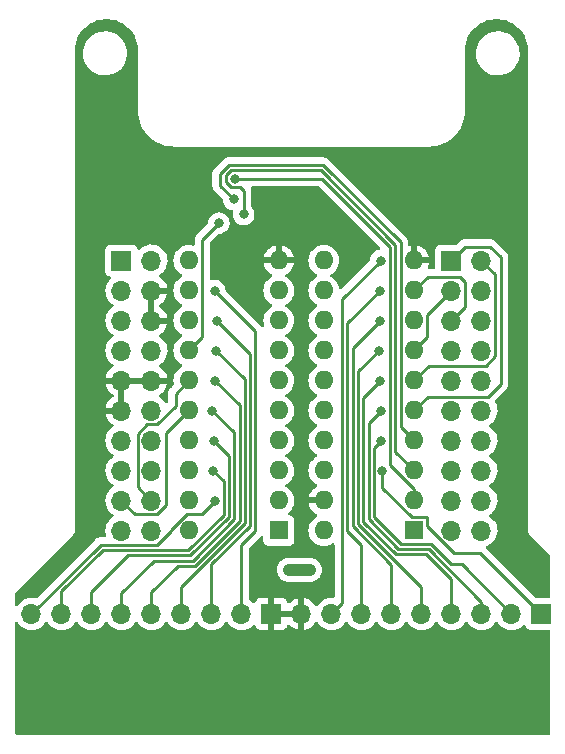
<source format=gtl>
%TF.GenerationSoftware,KiCad,Pcbnew,(6.0.0)*%
%TF.CreationDate,2022-03-13T18:37:57-04:00*%
%TF.ProjectId,buffer PCB,62756666-6572-4205-9043-422e6b696361,rev?*%
%TF.SameCoordinates,Original*%
%TF.FileFunction,Copper,L1,Top*%
%TF.FilePolarity,Positive*%
%FSLAX46Y46*%
G04 Gerber Fmt 4.6, Leading zero omitted, Abs format (unit mm)*
G04 Created by KiCad (PCBNEW (6.0.0)) date 2022-03-13 18:37:57*
%MOMM*%
%LPD*%
G01*
G04 APERTURE LIST*
%TA.AperFunction,ComponentPad*%
%ADD10R,1.700000X1.700000*%
%TD*%
%TA.AperFunction,ComponentPad*%
%ADD11O,1.700000X1.700000*%
%TD*%
%TA.AperFunction,ComponentPad*%
%ADD12R,1.600000X1.600000*%
%TD*%
%TA.AperFunction,ComponentPad*%
%ADD13O,1.600000X1.600000*%
%TD*%
%TA.AperFunction,ViaPad*%
%ADD14C,0.800000*%
%TD*%
%TA.AperFunction,Conductor*%
%ADD15C,1.000000*%
%TD*%
%TA.AperFunction,Conductor*%
%ADD16C,0.250000*%
%TD*%
G04 APERTURE END LIST*
D10*
%TO.P,J3,1,Pin_1*%
%TO.N,GND*%
X116830000Y-118815000D03*
D11*
%TO.P,J3,2,Pin_2*%
%TO.N,Net-(R16-Pad2)*%
X114290000Y-118815000D03*
%TO.P,J3,3,Pin_3*%
%TO.N,Net-(R15-Pad2)*%
X111750000Y-118815000D03*
%TO.P,J3,4,Pin_4*%
%TO.N,Net-(R14-Pad2)*%
X109210000Y-118815000D03*
%TO.P,J3,5,Pin_5*%
%TO.N,Net-(R13-Pad2)*%
X106670000Y-118815000D03*
%TO.P,J3,6,Pin_6*%
%TO.N,Net-(R12-Pad2)*%
X104130000Y-118815000D03*
%TO.P,J3,7,Pin_7*%
%TO.N,Net-(R11-Pad2)*%
X101590000Y-118815000D03*
%TO.P,J3,8,Pin_8*%
%TO.N,Net-(R10-Pad2)*%
X99050000Y-118815000D03*
%TO.P,J3,9,Pin_9*%
%TO.N,Net-(R9-Pad2)*%
X96510000Y-118815000D03*
%TD*%
D10*
%TO.P,J2,1,Pin_1*%
%TO.N,Net-(J2-Pad1)*%
X139690000Y-118815000D03*
D11*
%TO.P,J2,2,Pin_2*%
%TO.N,Net-(J2-Pad2)*%
X137150000Y-118815000D03*
%TO.P,J2,3,Pin_3*%
%TO.N,Net-(J2-Pad3)*%
X134610000Y-118815000D03*
%TO.P,J2,4,Pin_4*%
%TO.N,Net-(J2-Pad4)*%
X132070000Y-118815000D03*
%TO.P,J2,5,Pin_5*%
%TO.N,Net-(J2-Pad5)*%
X129530000Y-118815000D03*
%TO.P,J2,6,Pin_6*%
%TO.N,Net-(J2-Pad6)*%
X126990000Y-118815000D03*
%TO.P,J2,7,Pin_7*%
%TO.N,Net-(J2-Pad7)*%
X124450000Y-118815000D03*
%TO.P,J2,8,Pin_8*%
%TO.N,Net-(J2-Pad8)*%
X121910000Y-118815000D03*
%TO.P,J2,9,Pin_9*%
%TO.N,GND*%
X119370000Y-118815000D03*
%TD*%
D12*
%TO.P,U1,1,A->B*%
%TO.N,GND*%
X128895000Y-111755000D03*
D13*
%TO.P,U1,2,A0*%
%TO.N,/PD7*%
X128895000Y-109215000D03*
%TO.P,U1,3,A1*%
%TO.N,/PD6*%
X128895000Y-106675000D03*
%TO.P,U1,4,A2*%
%TO.N,/PD5*%
X128895000Y-104135000D03*
%TO.P,U1,5,A3*%
%TO.N,/PD4*%
X128895000Y-101595000D03*
%TO.P,U1,6,A4*%
%TO.N,/PD3*%
X128895000Y-99055000D03*
%TO.P,U1,7,A5*%
%TO.N,/PD2*%
X128895000Y-96515000D03*
%TO.P,U1,8,A6*%
%TO.N,/PD1*%
X128895000Y-93975000D03*
%TO.P,U1,9,A7*%
%TO.N,/PD0*%
X128895000Y-91435000D03*
%TO.P,U1,10,GND*%
%TO.N,GND*%
X128895000Y-88895000D03*
%TO.P,U1,11,B7*%
%TO.N,Net-(R8-Pad1)*%
X121275000Y-88895000D03*
%TO.P,U1,12,B6*%
%TO.N,Net-(R7-Pad1)*%
X121275000Y-91435000D03*
%TO.P,U1,13,B5*%
%TO.N,Net-(R6-Pad1)*%
X121275000Y-93975000D03*
%TO.P,U1,14,B4*%
%TO.N,Net-(R5-Pad1)*%
X121275000Y-96515000D03*
%TO.P,U1,15,B3*%
%TO.N,Net-(R4-Pad1)*%
X121275000Y-99055000D03*
%TO.P,U1,16,B2*%
%TO.N,Net-(R3-Pad1)*%
X121275000Y-101595000D03*
%TO.P,U1,17,B1*%
%TO.N,Net-(R2-Pad1)*%
X121275000Y-104135000D03*
%TO.P,U1,18,B0*%
%TO.N,Net-(R1-Pad1)*%
X121275000Y-106675000D03*
%TO.P,U1,19,CE*%
%TO.N,GND*%
X121275000Y-109215000D03*
%TO.P,U1,20,VCC*%
%TO.N,+3V3*%
X121275000Y-111755000D03*
%TD*%
D10*
%TO.P,J1,1,Pin_1*%
%TO.N,/PD5*%
X104140000Y-88900000D03*
D11*
%TO.P,J1,2,Pin_2*%
%TO.N,/PD6*%
X106680000Y-88900000D03*
%TO.P,J1,3,Pin_3*%
%TO.N,/PD7*%
X104140000Y-91440000D03*
%TO.P,J1,4,Pin_4*%
%TO.N,GND*%
X106680000Y-91440000D03*
%TO.P,J1,5,Pin_5*%
%TO.N,/CLK*%
X104140000Y-93980000D03*
%TO.P,J1,6,Pin_6*%
%TO.N,GND*%
X106680000Y-93980000D03*
%TO.P,J1,7,Pin_7*%
%TO.N,/RDY0*%
X104140000Y-96520000D03*
%TO.P,J1,8,Pin_8*%
%TO.N,/RDY1*%
X106680000Y-96520000D03*
%TO.P,J1,9,Pin_9*%
%TO.N,GND*%
X104140000Y-99060000D03*
%TO.P,J1,10,Pin_10*%
X106680000Y-99060000D03*
%TO.P,J1,11,Pin_11*%
X104140000Y-101600000D03*
%TO.P,J1,12,Pin_12*%
%TO.N,/FCLK*%
X106680000Y-101600000D03*
%TO.P,J1,13,Pin_13*%
%TO.N,/SCL*%
X104140000Y-104140000D03*
%TO.P,J1,14,Pin_14*%
%TO.N,/SDA*%
X106680000Y-104140000D03*
%TO.P,J1,15,Pin_15*%
%TO.N,/PB0*%
X104140000Y-106680000D03*
%TO.P,J1,16,Pin_16*%
%TO.N,/PB1*%
X106680000Y-106680000D03*
%TO.P,J1,17,Pin_17*%
%TO.N,/PB2*%
X104140000Y-109220000D03*
%TO.P,J1,18,Pin_18*%
%TO.N,/PB3*%
X106680000Y-109220000D03*
%TO.P,J1,19,Pin_19*%
%TO.N,+3V3*%
X104140000Y-111760000D03*
%TO.P,J1,20,Pin_20*%
X106680000Y-111760000D03*
%TD*%
D10*
%TO.P,J4,1,Pin_1*%
%TO.N,/PD4*%
X132080000Y-88900000D03*
D11*
%TO.P,J4,2,Pin_2*%
%TO.N,/PD3*%
X134620000Y-88900000D03*
%TO.P,J4,3,Pin_3*%
%TO.N,/PD2*%
X132080000Y-91440000D03*
%TO.P,J4,4,Pin_4*%
%TO.N,/PD1*%
X134620000Y-91440000D03*
%TO.P,J4,5,Pin_5*%
%TO.N,/PD0*%
X132080000Y-93980000D03*
%TO.P,J4,6,Pin_6*%
%TO.N,/PA7*%
X134620000Y-93980000D03*
%TO.P,J4,7,Pin_7*%
%TO.N,/PA6*%
X132080000Y-96520000D03*
%TO.P,J4,8,Pin_8*%
%TO.N,/PA5*%
X134620000Y-96520000D03*
%TO.P,J4,9,Pin_9*%
%TO.N,/PA4*%
X132080000Y-99060000D03*
%TO.P,J4,10,Pin_10*%
%TO.N,/PA3*%
X134620000Y-99060000D03*
%TO.P,J4,11,Pin_11*%
%TO.N,/PA2*%
X132080000Y-101600000D03*
%TO.P,J4,12,Pin_12*%
%TO.N,/PA1*%
X134620000Y-101600000D03*
%TO.P,J4,13,Pin_13*%
%TO.N,/PA0*%
X132080000Y-104140000D03*
%TO.P,J4,14,Pin_14*%
%TO.N,/CTL2*%
X134620000Y-104140000D03*
%TO.P,J4,15,Pin_15*%
%TO.N,/CTL1*%
X132080000Y-106680000D03*
%TO.P,J4,16,Pin_16*%
%TO.N,/CTL0*%
X134620000Y-106680000D03*
%TO.P,J4,17,Pin_17*%
%TO.N,/PB7*%
X132080000Y-109220000D03*
%TO.P,J4,18,Pin_18*%
%TO.N,/PB6*%
X134620000Y-109220000D03*
%TO.P,J4,19,Pin_19*%
%TO.N,/PB5*%
X132080000Y-111760000D03*
%TO.P,J4,20,Pin_20*%
%TO.N,/PB4*%
X134620000Y-111760000D03*
%TD*%
D12*
%TO.P,U2,1,A->B*%
%TO.N,+3V3*%
X117465000Y-111755000D03*
D13*
%TO.P,U2,2,A0*%
%TO.N,Net-(R9-Pad1)*%
X117465000Y-109215000D03*
%TO.P,U2,3,A1*%
%TO.N,Net-(R10-Pad1)*%
X117465000Y-106675000D03*
%TO.P,U2,4,A2*%
%TO.N,Net-(R11-Pad1)*%
X117465000Y-104135000D03*
%TO.P,U2,5,A3*%
%TO.N,Net-(R12-Pad1)*%
X117465000Y-101595000D03*
%TO.P,U2,6,A4*%
%TO.N,Net-(R13-Pad1)*%
X117465000Y-99055000D03*
%TO.P,U2,7,A5*%
%TO.N,Net-(R14-Pad1)*%
X117465000Y-96515000D03*
%TO.P,U2,8,A6*%
%TO.N,Net-(R15-Pad1)*%
X117465000Y-93975000D03*
%TO.P,U2,9,A7*%
%TO.N,Net-(R16-Pad1)*%
X117465000Y-91435000D03*
%TO.P,U2,10,GND*%
%TO.N,GND*%
X117465000Y-88895000D03*
%TO.P,U2,11,B7*%
%TO.N,/PB7*%
X109845000Y-88895000D03*
%TO.P,U2,12,B6*%
%TO.N,/PB6*%
X109845000Y-91435000D03*
%TO.P,U2,13,B5*%
%TO.N,/PB5*%
X109845000Y-93975000D03*
%TO.P,U2,14,B4*%
%TO.N,/PB4*%
X109845000Y-96515000D03*
%TO.P,U2,15,B3*%
%TO.N,/PB3*%
X109845000Y-99055000D03*
%TO.P,U2,16,B2*%
%TO.N,/PB2*%
X109845000Y-101595000D03*
%TO.P,U2,17,B1*%
%TO.N,/PB1*%
X109845000Y-104135000D03*
%TO.P,U2,18,B0*%
%TO.N,/PB0*%
X109845000Y-106675000D03*
%TO.P,U2,19,CE*%
%TO.N,GND*%
X109845000Y-109215000D03*
%TO.P,U2,20,VCC*%
%TO.N,+3V3*%
X109845000Y-111755000D03*
%TD*%
D14*
%TO.N,+3V3*%
X118313200Y-115087400D03*
X120091200Y-115087400D03*
%TO.N,/PD5*%
X113639600Y-83718400D03*
%TO.N,/PD6*%
X114491111Y-85000489D03*
%TO.N,/PD7*%
X113715800Y-81965800D03*
%TO.N,Net-(J2-Pad2)*%
X126136400Y-104140000D03*
%TO.N,Net-(J2-Pad3)*%
X126136400Y-101600000D03*
%TO.N,Net-(J2-Pad4)*%
X126060200Y-99060000D03*
%TO.N,Net-(J2-Pad5)*%
X125933200Y-96520000D03*
%TO.N,Net-(J2-Pad6)*%
X126009400Y-93980000D03*
%TO.N,Net-(J2-Pad7)*%
X126009400Y-91440000D03*
%TO.N,Net-(J2-Pad8)*%
X126085600Y-88900000D03*
%TO.N,/PB4*%
X112395000Y-85725000D03*
%TO.N,Net-(R10-Pad2)*%
X111887000Y-106680000D03*
%TO.N,Net-(R11-Pad2)*%
X111937800Y-104140000D03*
%TO.N,Net-(R12-Pad2)*%
X111836200Y-101600000D03*
%TO.N,Net-(R13-Pad2)*%
X112039400Y-99060000D03*
%TO.N,Net-(J2-Pad1)*%
X126238000Y-106680000D03*
%TO.N,Net-(R16-Pad2)*%
X112039400Y-91440000D03*
%TO.N,Net-(R15-Pad2)*%
X112242600Y-93980000D03*
%TO.N,Net-(R14-Pad2)*%
X112166400Y-96520000D03*
%TO.N,Net-(R9-Pad2)*%
X112064800Y-109220000D03*
%TD*%
D15*
%TO.N,+3V3*%
X118313200Y-115087400D02*
X120091200Y-115087400D01*
D16*
%TO.N,/PD5*%
X113229499Y-80791769D02*
X112471200Y-81550068D01*
X127770489Y-87366269D02*
X121195989Y-80791769D01*
X112471200Y-81550068D02*
X112471200Y-82550000D01*
X127770489Y-103010489D02*
X127770489Y-87366269D01*
X128895000Y-104135000D02*
X127770489Y-103010489D01*
X121195989Y-80791769D02*
X113229499Y-80791769D01*
X112471200Y-82550000D02*
X113639600Y-83718400D01*
%TO.N,/PD6*%
X127320969Y-87552466D02*
X121009792Y-81241289D01*
X121009792Y-81241289D02*
X113415697Y-81241289D01*
X112979200Y-81677786D02*
X112979200Y-82253814D01*
X112979200Y-82253814D02*
X113415697Y-82690311D01*
X113415697Y-82690311D02*
X114210489Y-82690311D01*
X127320969Y-105100969D02*
X127320969Y-87552466D01*
X113415697Y-81241289D02*
X112979200Y-81677786D01*
X128895000Y-106675000D02*
X127320969Y-105100969D01*
X114210489Y-82690311D02*
X114491111Y-82970933D01*
X114491111Y-82970933D02*
X114491111Y-85000489D01*
%TO.N,/PD7*%
X126871449Y-87738663D02*
X126871449Y-106241749D01*
X126871449Y-106241749D02*
X128895000Y-108265300D01*
X121098586Y-81965800D02*
X113715800Y-81965800D01*
X126871449Y-87738663D02*
X121098586Y-81965800D01*
X128895000Y-108265300D02*
X128895000Y-109215000D01*
%TO.N,/PB2*%
X107950000Y-109611010D02*
X107950000Y-103490000D01*
X104140000Y-109220000D02*
X105314511Y-110394511D01*
X107950000Y-103490000D02*
X109845000Y-101595000D01*
X105314511Y-110394511D02*
X107166499Y-110394511D01*
X107166499Y-110394511D02*
X107950000Y-109611010D01*
%TO.N,/PB3*%
X105505489Y-108045489D02*
X105505489Y-103558012D01*
X106288990Y-102774511D02*
X107166499Y-102774511D01*
X106680000Y-109220000D02*
X105505489Y-108045489D01*
X107166499Y-102774511D02*
X108720489Y-101220521D01*
X108720489Y-100179511D02*
X109845000Y-99055000D01*
X108720489Y-101220521D02*
X108720489Y-100179511D01*
X105505489Y-103558012D02*
X106288990Y-102774511D01*
%TO.N,Net-(J2-Pad2)*%
X126136400Y-104140000D02*
X125513489Y-104762911D01*
X130335521Y-112879511D02*
X132070405Y-114614395D01*
X125513489Y-104762911D02*
X125513489Y-110622511D01*
X127770489Y-112879511D02*
X130335521Y-112879511D01*
X125513489Y-110622511D02*
X127770489Y-112879511D01*
X132949395Y-114614395D02*
X137150000Y-118815000D01*
X132070405Y-114614395D02*
X132949395Y-114614395D01*
%TO.N,Net-(J2-Pad3)*%
X134610000Y-117789708D02*
X134610000Y-118815000D01*
X127578431Y-113329031D02*
X130149323Y-113329031D01*
X125063969Y-110814569D02*
X127578431Y-113329031D01*
X125063969Y-102672431D02*
X125063969Y-110814569D01*
X130149323Y-113329031D02*
X134610000Y-117789708D01*
X126136400Y-101600000D02*
X125063969Y-102672431D01*
%TO.N,Net-(J2-Pad4)*%
X124614449Y-111000766D02*
X127392234Y-113778551D01*
X124614449Y-100505751D02*
X124614449Y-111000766D01*
X132070000Y-115885426D02*
X132070000Y-118815000D01*
X127392234Y-113778551D02*
X129963125Y-113778551D01*
X129963125Y-113778551D02*
X132070000Y-115885426D01*
X126060200Y-99060000D02*
X124614449Y-100505751D01*
%TO.N,Net-(J2-Pad5)*%
X124164929Y-111210929D02*
X129530000Y-116576000D01*
X124164929Y-98288271D02*
X124164929Y-111210929D01*
X129530000Y-116576000D02*
X129530000Y-118815000D01*
X125933200Y-96520000D02*
X124164929Y-98288271D01*
%TO.N,Net-(J2-Pad6)*%
X123715409Y-111397127D02*
X126990000Y-114671718D01*
X126009400Y-93980000D02*
X123715409Y-96273991D01*
X123715409Y-96273991D02*
X123715409Y-111397127D01*
X126990000Y-114671718D02*
X126990000Y-118815000D01*
%TO.N,Net-(J2-Pad7)*%
X124450000Y-112963800D02*
X123265889Y-111779689D01*
X123265889Y-111779689D02*
X123265889Y-94183511D01*
X123265889Y-94183511D02*
X126009400Y-91440000D01*
X124450000Y-118815000D02*
X124450000Y-112963800D01*
%TO.N,Net-(J2-Pad8)*%
X126085600Y-88900000D02*
X122816369Y-92169231D01*
X122816369Y-92169231D02*
X122816369Y-117908631D01*
X122816369Y-117908631D02*
X121910000Y-118815000D01*
%TO.N,/PD4*%
X136244031Y-88619031D02*
X136244031Y-99340969D01*
X136244031Y-99340969D02*
X135159511Y-100425489D01*
X133254511Y-87725489D02*
X135350489Y-87725489D01*
X135159511Y-100425489D02*
X130064511Y-100425489D01*
X132080000Y-88900000D02*
X133254511Y-87725489D01*
X130064511Y-100425489D02*
X128895000Y-101595000D01*
X135350489Y-87725489D02*
X136244031Y-88619031D01*
%TO.N,/PD3*%
X135794511Y-97006499D02*
X135011010Y-97790000D01*
X135794511Y-90074511D02*
X135794511Y-97006499D01*
X130160000Y-97790000D02*
X128895000Y-99055000D01*
X135011010Y-97790000D02*
X130160000Y-97790000D01*
X134620000Y-88900000D02*
X135794511Y-90074511D01*
%TO.N,/PD2*%
X130019511Y-93500489D02*
X130019511Y-95390489D01*
X130019511Y-95390489D02*
X128895000Y-96515000D01*
X132080000Y-91440000D02*
X130019511Y-93500489D01*
%TO.N,/PD0*%
X130064511Y-90265489D02*
X132810489Y-90265489D01*
X133254511Y-90709511D02*
X133254511Y-92805489D01*
X128895000Y-91435000D02*
X130064511Y-90265489D01*
X132810489Y-90265489D02*
X133254511Y-90709511D01*
X133254511Y-92805489D02*
X132080000Y-93980000D01*
%TO.N,/PB4*%
X109845000Y-96515000D02*
X110969511Y-95390489D01*
X110969511Y-95390489D02*
X110969511Y-87150489D01*
X110969511Y-87150489D02*
X112395000Y-85725000D01*
%TO.N,Net-(R10-Pad2)*%
X99050000Y-116910718D02*
X99050000Y-118815000D01*
X112789311Y-107582311D02*
X112789311Y-110400989D01*
X111887000Y-106680000D02*
X112789311Y-107582311D01*
X109786980Y-113403320D02*
X102557398Y-113403320D01*
X112789311Y-110400989D02*
X109786980Y-113403320D01*
X102557398Y-113403320D02*
X99050000Y-116910718D01*
%TO.N,Net-(R11-Pad2)*%
X109973177Y-113852840D02*
X104673400Y-113852840D01*
X104673400Y-113852840D02*
X101590000Y-116936240D01*
X113238831Y-105441031D02*
X113238831Y-110587186D01*
X111937800Y-104140000D02*
X113238831Y-105441031D01*
X113238831Y-110587186D02*
X109973177Y-113852840D01*
X101590000Y-116936240D02*
X101590000Y-118815000D01*
%TO.N,Net-(R12-Pad2)*%
X104130000Y-117080960D02*
X104130000Y-118815000D01*
X106908600Y-114302360D02*
X104130000Y-117080960D01*
X113688351Y-103452151D02*
X113688351Y-110773383D01*
X111836200Y-101600000D02*
X113688351Y-103452151D01*
X110159374Y-114302360D02*
X106908600Y-114302360D01*
X113688351Y-110773383D02*
X110159374Y-114302360D01*
%TO.N,Net-(R13-Pad2)*%
X106670000Y-116971680D02*
X106670000Y-118815000D01*
X112039400Y-99060000D02*
X114137871Y-101158471D01*
X114137871Y-101158471D02*
X114137871Y-110959580D01*
X108889800Y-114751880D02*
X106670000Y-116971680D01*
X114137871Y-110959580D02*
X110345571Y-114751880D01*
X110345571Y-114751880D02*
X108889800Y-114751880D01*
%TO.N,Net-(J2-Pad1)*%
X134506905Y-113631905D02*
X139690000Y-118815000D01*
X132290895Y-113631905D02*
X134506905Y-113631905D01*
X126238000Y-108148300D02*
X128720189Y-110630489D01*
X130019511Y-111360521D02*
X132290895Y-113631905D01*
X126238000Y-106680000D02*
X126238000Y-108148300D01*
X128720189Y-110630489D02*
X130019511Y-110630489D01*
X130019511Y-110630489D02*
X130019511Y-111360521D01*
%TO.N,Net-(R16-Pad2)*%
X115486431Y-94887031D02*
X112039400Y-91440000D01*
X114290000Y-112999862D02*
X115486431Y-111803431D01*
X115486431Y-111803431D02*
X115486431Y-94887031D01*
X114290000Y-118815000D02*
X114290000Y-112999862D01*
%TO.N,Net-(R15-Pad2)*%
X115036911Y-96774311D02*
X115036911Y-111331975D01*
X112242600Y-93980000D02*
X115036911Y-96774311D01*
X111750000Y-114618886D02*
X111750000Y-118815000D01*
X115036911Y-111331975D02*
X111750000Y-114618886D01*
%TO.N,Net-(R14-Pad2)*%
X114587391Y-111145777D02*
X109210000Y-116523168D01*
X109210000Y-116523168D02*
X109210000Y-118815000D01*
X112166400Y-96520000D02*
X114587391Y-98940991D01*
X114587391Y-98940991D02*
X114587391Y-111145777D01*
%TO.N,Net-(R9-Pad2)*%
X109670189Y-110339511D02*
X110945289Y-110339511D01*
X112064800Y-109220000D02*
X110945289Y-110339511D01*
X102371200Y-112953800D02*
X96510000Y-118815000D01*
X108323305Y-111777705D02*
X107147210Y-112953800D01*
X108323305Y-111686395D02*
X109670189Y-110339511D01*
X108323305Y-111777705D02*
X108323305Y-111686395D01*
X107147210Y-112953800D02*
X102371200Y-112953800D01*
%TD*%
%TA.AperFunction,Conductor*%
%TO.N,GND*%
G36*
X103032361Y-68458364D02*
G01*
X103325828Y-68492666D01*
X103340258Y-68495210D01*
X103627768Y-68563351D01*
X103641805Y-68567554D01*
X103919446Y-68668607D01*
X103932900Y-68674410D01*
X104196942Y-68807017D01*
X104209631Y-68814343D01*
X104456492Y-68976705D01*
X104468245Y-68985456D01*
X104694583Y-69175377D01*
X104705241Y-69185431D01*
X104908004Y-69400346D01*
X104917422Y-69411570D01*
X105093872Y-69648585D01*
X105101913Y-69660811D01*
X105104748Y-69665721D01*
X105249649Y-69916698D01*
X105256224Y-69929791D01*
X105328545Y-70097447D01*
X105373252Y-70201090D01*
X105378264Y-70214859D01*
X105463006Y-70497917D01*
X105466385Y-70512174D01*
X105517693Y-70803153D01*
X105519394Y-70817707D01*
X105534540Y-71077776D01*
X105533254Y-71104480D01*
X105531814Y-71113730D01*
X105532978Y-71122632D01*
X105532978Y-71122635D01*
X105535936Y-71145251D01*
X105537000Y-71161589D01*
X105537000Y-76146793D01*
X105535254Y-76167697D01*
X105531929Y-76187461D01*
X105531776Y-76200000D01*
X105532465Y-76204808D01*
X105532465Y-76204813D01*
X105532614Y-76205851D01*
X105533715Y-76217122D01*
X105549537Y-76519040D01*
X105599515Y-76834585D01*
X105682202Y-77143176D01*
X105796692Y-77441435D01*
X105798190Y-77444375D01*
X105896257Y-77636841D01*
X105941732Y-77726091D01*
X106115732Y-77994028D01*
X106316786Y-78242309D01*
X106542691Y-78468214D01*
X106790972Y-78669268D01*
X107058909Y-78843268D01*
X107061843Y-78844763D01*
X107061850Y-78844767D01*
X107340625Y-78986810D01*
X107343565Y-78988308D01*
X107641824Y-79102798D01*
X107950415Y-79185485D01*
X108117934Y-79212018D01*
X108262712Y-79234949D01*
X108262720Y-79234950D01*
X108265960Y-79235463D01*
X108406926Y-79242851D01*
X108551921Y-79250450D01*
X108566221Y-79252022D01*
X108567656Y-79252263D01*
X108567660Y-79252263D01*
X108572461Y-79253071D01*
X108578816Y-79253149D01*
X108580141Y-79253165D01*
X108580145Y-79253165D01*
X108585000Y-79253224D01*
X108612588Y-79249273D01*
X108630451Y-79248000D01*
X130121793Y-79248000D01*
X130142697Y-79249746D01*
X130162461Y-79253071D01*
X130168819Y-79253149D01*
X130170142Y-79253165D01*
X130170146Y-79253165D01*
X130175000Y-79253224D01*
X130179808Y-79252535D01*
X130179813Y-79252535D01*
X130180851Y-79252386D01*
X130192122Y-79251285D01*
X130494040Y-79235463D01*
X130497280Y-79234950D01*
X130497288Y-79234949D01*
X130642066Y-79212018D01*
X130809585Y-79185485D01*
X131118176Y-79102798D01*
X131416435Y-78988308D01*
X131419375Y-78986810D01*
X131698150Y-78844767D01*
X131698157Y-78844763D01*
X131701091Y-78843268D01*
X131969028Y-78669268D01*
X132217309Y-78468214D01*
X132443214Y-78242309D01*
X132644268Y-77994028D01*
X132818268Y-77726091D01*
X132863744Y-77636841D01*
X132961810Y-77444375D01*
X132963308Y-77441435D01*
X133077798Y-77143176D01*
X133160485Y-76834585D01*
X133210463Y-76519040D01*
X133225450Y-76233079D01*
X133227022Y-76218779D01*
X133227263Y-76217344D01*
X133227263Y-76217340D01*
X133228071Y-76212539D01*
X133228224Y-76200000D01*
X133224273Y-76172412D01*
X133223000Y-76154549D01*
X133223000Y-71402277D01*
X134137009Y-71402277D01*
X134162625Y-71670769D01*
X134163710Y-71675203D01*
X134163711Y-71675209D01*
X134225645Y-71928312D01*
X134226731Y-71932750D01*
X134327985Y-72182733D01*
X134464265Y-72415482D01*
X134467118Y-72419049D01*
X134584686Y-72566060D01*
X134632716Y-72626119D01*
X134829809Y-72810234D01*
X135051416Y-72963968D01*
X135055499Y-72965999D01*
X135055502Y-72966001D01*
X135171013Y-73023466D01*
X135292894Y-73084101D01*
X135297228Y-73085522D01*
X135297231Y-73085523D01*
X135544853Y-73166698D01*
X135544859Y-73166699D01*
X135549186Y-73168118D01*
X135553677Y-73168898D01*
X135553678Y-73168898D01*
X135811140Y-73213601D01*
X135811148Y-73213602D01*
X135814921Y-73214257D01*
X135818758Y-73214448D01*
X135898578Y-73218422D01*
X135898586Y-73218422D01*
X135900149Y-73218500D01*
X136068512Y-73218500D01*
X136070780Y-73218335D01*
X136070792Y-73218335D01*
X136201884Y-73208823D01*
X136269004Y-73203953D01*
X136273459Y-73202969D01*
X136273462Y-73202969D01*
X136527912Y-73146791D01*
X136527916Y-73146790D01*
X136532372Y-73145806D01*
X136658480Y-73098028D01*
X136780318Y-73051868D01*
X136780321Y-73051867D01*
X136784588Y-73050250D01*
X137020368Y-72919286D01*
X137234773Y-72755657D01*
X137423312Y-72562792D01*
X137582034Y-72344730D01*
X137665190Y-72186676D01*
X137705490Y-72110079D01*
X137705493Y-72110073D01*
X137707615Y-72106039D01*
X137770378Y-71928312D01*
X137795902Y-71856033D01*
X137795902Y-71856032D01*
X137797425Y-71851720D01*
X137849581Y-71587100D01*
X137858782Y-71402277D01*
X137862764Y-71322292D01*
X137862764Y-71322286D01*
X137862991Y-71317723D01*
X137837375Y-71049231D01*
X137792042Y-70863967D01*
X137774355Y-70791688D01*
X137773269Y-70787250D01*
X137672015Y-70537267D01*
X137535735Y-70304518D01*
X137417928Y-70157208D01*
X137370136Y-70097447D01*
X137370135Y-70097445D01*
X137367284Y-70093881D01*
X137170191Y-69909766D01*
X136948584Y-69756032D01*
X136944501Y-69754001D01*
X136944498Y-69753999D01*
X136779606Y-69671967D01*
X136707106Y-69635899D01*
X136702772Y-69634478D01*
X136702769Y-69634477D01*
X136455147Y-69553302D01*
X136455141Y-69553301D01*
X136450814Y-69551882D01*
X136446322Y-69551102D01*
X136188860Y-69506399D01*
X136188852Y-69506398D01*
X136185079Y-69505743D01*
X136173817Y-69505182D01*
X136101422Y-69501578D01*
X136101414Y-69501578D01*
X136099851Y-69501500D01*
X135931488Y-69501500D01*
X135929220Y-69501665D01*
X135929208Y-69501665D01*
X135798116Y-69511177D01*
X135730996Y-69516047D01*
X135726541Y-69517031D01*
X135726538Y-69517031D01*
X135472088Y-69573209D01*
X135472084Y-69573210D01*
X135467628Y-69574194D01*
X135341520Y-69621972D01*
X135219682Y-69668132D01*
X135219679Y-69668133D01*
X135215412Y-69669750D01*
X134979632Y-69800714D01*
X134976000Y-69803486D01*
X134810500Y-69929792D01*
X134765227Y-69964343D01*
X134576688Y-70157208D01*
X134417966Y-70375270D01*
X134415844Y-70379304D01*
X134294510Y-70609921D01*
X134294507Y-70609927D01*
X134292385Y-70613961D01*
X134290865Y-70618266D01*
X134290863Y-70618270D01*
X134223022Y-70810380D01*
X134202575Y-70868280D01*
X134201692Y-70872762D01*
X134152004Y-71124859D01*
X134150419Y-71132900D01*
X134150192Y-71137453D01*
X134150192Y-71137456D01*
X134140991Y-71322292D01*
X134137009Y-71402277D01*
X133223000Y-71402277D01*
X133223000Y-71173207D01*
X133224746Y-71152303D01*
X133227264Y-71137335D01*
X133228071Y-71132539D01*
X133228224Y-71120000D01*
X133226306Y-71106608D01*
X133225247Y-71081423D01*
X133240606Y-70817708D01*
X133242307Y-70803154D01*
X133293615Y-70512174D01*
X133296994Y-70497917D01*
X133381736Y-70214859D01*
X133386748Y-70201090D01*
X133431456Y-70097447D01*
X133503776Y-69929791D01*
X133510351Y-69916698D01*
X133655252Y-69665721D01*
X133658087Y-69660811D01*
X133666128Y-69648585D01*
X133842578Y-69411570D01*
X133851996Y-69400346D01*
X134054759Y-69185431D01*
X134065417Y-69175377D01*
X134291755Y-68985456D01*
X134303508Y-68976705D01*
X134550369Y-68814343D01*
X134563058Y-68807017D01*
X134827100Y-68674410D01*
X134840554Y-68668607D01*
X135118195Y-68567554D01*
X135132232Y-68563351D01*
X135419742Y-68495210D01*
X135434172Y-68492666D01*
X135727639Y-68458364D01*
X135742267Y-68457512D01*
X136037733Y-68457512D01*
X136052361Y-68458364D01*
X136345828Y-68492666D01*
X136360258Y-68495210D01*
X136647768Y-68563351D01*
X136661805Y-68567554D01*
X136939446Y-68668607D01*
X136952900Y-68674410D01*
X137216942Y-68807017D01*
X137229631Y-68814343D01*
X137476492Y-68976705D01*
X137488245Y-68985456D01*
X137714583Y-69175377D01*
X137725241Y-69185431D01*
X137928004Y-69400346D01*
X137937422Y-69411570D01*
X138113872Y-69648585D01*
X138121913Y-69660811D01*
X138124748Y-69665721D01*
X138269649Y-69916698D01*
X138276224Y-69929791D01*
X138348545Y-70097447D01*
X138393252Y-70201090D01*
X138398264Y-70214859D01*
X138483006Y-70497917D01*
X138486385Y-70512174D01*
X138537693Y-70803153D01*
X138539394Y-70817707D01*
X138554540Y-71077776D01*
X138553254Y-71104480D01*
X138551814Y-71113730D01*
X138552978Y-71122632D01*
X138552978Y-71122635D01*
X138555936Y-71145251D01*
X138557000Y-71161589D01*
X138557000Y-111688980D01*
X138555646Y-111701096D01*
X138556130Y-111701135D01*
X138555410Y-111710086D01*
X138553429Y-111718840D01*
X138556012Y-111760475D01*
X138556758Y-111772501D01*
X138557000Y-111780303D01*
X138557000Y-111796477D01*
X138557636Y-111800918D01*
X138557636Y-111800919D01*
X138558480Y-111806813D01*
X138559510Y-111816872D01*
X138562439Y-111864075D01*
X138565485Y-111872513D01*
X138566088Y-111875424D01*
X138570294Y-111892292D01*
X138571132Y-111895159D01*
X138572405Y-111904045D01*
X138576120Y-111912216D01*
X138576121Y-111912219D01*
X138591977Y-111947092D01*
X138595791Y-111956461D01*
X138608801Y-111992501D01*
X138608803Y-111992505D01*
X138611850Y-112000945D01*
X138617146Y-112008194D01*
X138618547Y-112010829D01*
X138627303Y-112025814D01*
X138628918Y-112028339D01*
X138632633Y-112036510D01*
X138638491Y-112043309D01*
X138638492Y-112043310D01*
X138663502Y-112072335D01*
X138669791Y-112080256D01*
X138673309Y-112085071D01*
X138677805Y-112091225D01*
X138688757Y-112102177D01*
X138695115Y-112109025D01*
X138721756Y-112139944D01*
X138721761Y-112139948D01*
X138727619Y-112146747D01*
X138735153Y-112151630D01*
X138741428Y-112157104D01*
X138753248Y-112166668D01*
X140425095Y-113838515D01*
X140459121Y-113900827D01*
X140462000Y-113927610D01*
X140462000Y-117330500D01*
X140441998Y-117398621D01*
X140388342Y-117445114D01*
X140336000Y-117456500D01*
X139279595Y-117456500D01*
X139211474Y-117436498D01*
X139190500Y-117419595D01*
X135022469Y-113251564D01*
X134988443Y-113189252D01*
X134993508Y-113118437D01*
X135036055Y-113061601D01*
X135075357Y-113041783D01*
X135112425Y-113030662D01*
X135112427Y-113030661D01*
X135117384Y-113029174D01*
X135317994Y-112930896D01*
X135499860Y-112801173D01*
X135511180Y-112789893D01*
X135628768Y-112672715D01*
X135658096Y-112643489D01*
X135788453Y-112462077D01*
X135792017Y-112454867D01*
X135885136Y-112266453D01*
X135885137Y-112266451D01*
X135887430Y-112261811D01*
X135942591Y-112080256D01*
X135950865Y-112053023D01*
X135950865Y-112053021D01*
X135952370Y-112048069D01*
X135981529Y-111826590D01*
X135982308Y-111794715D01*
X135983074Y-111763365D01*
X135983074Y-111763361D01*
X135983156Y-111760000D01*
X135964852Y-111537361D01*
X135910431Y-111320702D01*
X135821354Y-111115840D01*
X135728954Y-110973011D01*
X135702822Y-110932617D01*
X135702820Y-110932614D01*
X135700014Y-110928277D01*
X135549670Y-110763051D01*
X135545619Y-110759852D01*
X135545615Y-110759848D01*
X135378414Y-110627800D01*
X135378410Y-110627798D01*
X135374359Y-110624598D01*
X135333053Y-110601796D01*
X135283084Y-110551364D01*
X135268312Y-110481921D01*
X135293428Y-110415516D01*
X135320780Y-110388909D01*
X135387103Y-110341601D01*
X135499860Y-110261173D01*
X135526617Y-110234510D01*
X135632997Y-110128500D01*
X135658096Y-110103489D01*
X135663041Y-110096608D01*
X135785435Y-109926277D01*
X135788453Y-109922077D01*
X135793096Y-109912684D01*
X135885136Y-109726453D01*
X135885137Y-109726451D01*
X135887430Y-109721811D01*
X135952370Y-109508069D01*
X135981529Y-109286590D01*
X135983156Y-109220000D01*
X135964852Y-108997361D01*
X135910431Y-108780702D01*
X135821354Y-108575840D01*
X135763048Y-108485712D01*
X135702822Y-108392617D01*
X135702820Y-108392614D01*
X135700014Y-108388277D01*
X135549670Y-108223051D01*
X135545619Y-108219852D01*
X135545615Y-108219848D01*
X135378414Y-108087800D01*
X135378410Y-108087798D01*
X135374359Y-108084598D01*
X135333053Y-108061796D01*
X135283084Y-108011364D01*
X135268312Y-107941921D01*
X135293428Y-107875516D01*
X135320780Y-107848909D01*
X135364603Y-107817650D01*
X135499860Y-107721173D01*
X135658096Y-107563489D01*
X135667670Y-107550166D01*
X135785435Y-107386277D01*
X135788453Y-107382077D01*
X135798006Y-107362749D01*
X135885136Y-107186453D01*
X135885137Y-107186451D01*
X135887430Y-107181811D01*
X135952370Y-106968069D01*
X135981529Y-106746590D01*
X135983156Y-106680000D01*
X135964852Y-106457361D01*
X135910431Y-106240702D01*
X135821354Y-106035840D01*
X135769936Y-105956360D01*
X135702822Y-105852617D01*
X135702820Y-105852614D01*
X135700014Y-105848277D01*
X135549670Y-105683051D01*
X135545619Y-105679852D01*
X135545615Y-105679848D01*
X135378414Y-105547800D01*
X135378410Y-105547798D01*
X135374359Y-105544598D01*
X135333053Y-105521796D01*
X135283084Y-105471364D01*
X135268312Y-105401921D01*
X135293428Y-105335516D01*
X135320780Y-105308909D01*
X135376221Y-105269363D01*
X135499860Y-105181173D01*
X135658096Y-105023489D01*
X135667670Y-105010166D01*
X135785435Y-104846277D01*
X135788453Y-104842077D01*
X135798006Y-104822749D01*
X135885136Y-104646453D01*
X135885137Y-104646451D01*
X135887430Y-104641811D01*
X135952370Y-104428069D01*
X135981529Y-104206590D01*
X135983156Y-104140000D01*
X135964852Y-103917361D01*
X135910431Y-103700702D01*
X135821354Y-103495840D01*
X135763048Y-103405712D01*
X135702822Y-103312617D01*
X135702820Y-103312614D01*
X135700014Y-103308277D01*
X135549670Y-103143051D01*
X135545619Y-103139852D01*
X135545615Y-103139848D01*
X135378414Y-103007800D01*
X135378410Y-103007798D01*
X135374359Y-103004598D01*
X135333053Y-102981796D01*
X135283084Y-102931364D01*
X135268312Y-102861921D01*
X135293428Y-102795516D01*
X135320780Y-102768909D01*
X135376221Y-102729363D01*
X135499860Y-102641173D01*
X135518061Y-102623036D01*
X135654435Y-102487137D01*
X135658096Y-102483489D01*
X135667670Y-102470166D01*
X135785435Y-102306277D01*
X135788453Y-102302077D01*
X135798006Y-102282749D01*
X135885136Y-102106453D01*
X135885137Y-102106451D01*
X135887430Y-102101811D01*
X135952370Y-101888069D01*
X135981529Y-101666590D01*
X135983156Y-101600000D01*
X135964852Y-101377361D01*
X135910431Y-101160702D01*
X135821354Y-100955840D01*
X135760290Y-100861449D01*
X135740084Y-100793392D01*
X135759880Y-100725212D01*
X135776988Y-100703917D01*
X136636284Y-99844621D01*
X136644570Y-99837081D01*
X136651049Y-99832969D01*
X136697675Y-99783317D01*
X136700429Y-99780476D01*
X136720166Y-99760739D01*
X136722646Y-99757542D01*
X136730351Y-99748520D01*
X136743801Y-99734197D01*
X136760617Y-99716290D01*
X136764436Y-99709344D01*
X136764438Y-99709341D01*
X136770379Y-99698535D01*
X136781230Y-99682016D01*
X136783729Y-99678794D01*
X136793645Y-99666010D01*
X136796790Y-99658741D01*
X136796793Y-99658737D01*
X136811205Y-99625432D01*
X136816422Y-99614782D01*
X136837726Y-99576029D01*
X136840233Y-99566267D01*
X136842764Y-99556407D01*
X136849168Y-99537703D01*
X136854064Y-99526389D01*
X136854064Y-99526388D01*
X136857212Y-99519114D01*
X136858451Y-99511291D01*
X136858454Y-99511281D01*
X136864130Y-99475445D01*
X136866536Y-99463825D01*
X136875559Y-99428680D01*
X136875559Y-99428679D01*
X136877531Y-99420999D01*
X136877531Y-99400745D01*
X136879082Y-99381034D01*
X136881011Y-99368855D01*
X136882251Y-99361026D01*
X136878090Y-99317007D01*
X136877531Y-99305150D01*
X136877531Y-88697798D01*
X136878058Y-88686615D01*
X136879733Y-88679122D01*
X136877593Y-88611045D01*
X136877531Y-88607086D01*
X136877531Y-88579175D01*
X136877026Y-88575175D01*
X136876093Y-88563332D01*
X136874953Y-88527060D01*
X136874704Y-88519141D01*
X136869053Y-88499689D01*
X136865045Y-88480337D01*
X136863498Y-88468094D01*
X136862505Y-88460234D01*
X136858876Y-88451067D01*
X136846231Y-88419128D01*
X136842386Y-88407901D01*
X136841752Y-88405718D01*
X136830049Y-88365438D01*
X136826015Y-88358616D01*
X136826012Y-88358610D01*
X136819737Y-88347999D01*
X136811041Y-88330249D01*
X136806503Y-88318787D01*
X136806500Y-88318782D01*
X136803583Y-88311414D01*
X136777604Y-88275656D01*
X136771088Y-88265738D01*
X136760036Y-88247050D01*
X136748573Y-88227668D01*
X136734249Y-88213344D01*
X136721407Y-88198309D01*
X136709503Y-88181924D01*
X136675437Y-88153742D01*
X136666658Y-88145753D01*
X135854141Y-87333236D01*
X135846601Y-87324950D01*
X135842489Y-87318471D01*
X135792837Y-87271845D01*
X135789996Y-87269091D01*
X135770259Y-87249354D01*
X135767062Y-87246874D01*
X135758040Y-87239169D01*
X135744605Y-87226553D01*
X135725810Y-87208903D01*
X135718864Y-87205084D01*
X135718861Y-87205082D01*
X135708055Y-87199141D01*
X135691536Y-87188290D01*
X135688981Y-87186308D01*
X135675530Y-87175875D01*
X135668261Y-87172730D01*
X135668257Y-87172727D01*
X135634952Y-87158315D01*
X135624302Y-87153098D01*
X135585549Y-87131794D01*
X135565926Y-87126756D01*
X135547223Y-87120352D01*
X135535909Y-87115456D01*
X135535908Y-87115456D01*
X135528634Y-87112308D01*
X135520811Y-87111069D01*
X135520801Y-87111066D01*
X135484965Y-87105390D01*
X135473345Y-87102984D01*
X135438200Y-87093961D01*
X135438199Y-87093961D01*
X135430519Y-87091989D01*
X135410265Y-87091989D01*
X135390554Y-87090438D01*
X135388023Y-87090037D01*
X135370546Y-87087269D01*
X135362654Y-87088015D01*
X135326528Y-87091430D01*
X135314670Y-87091989D01*
X133333274Y-87091989D01*
X133322090Y-87091462D01*
X133314602Y-87089788D01*
X133306679Y-87090037D01*
X133246544Y-87091927D01*
X133242586Y-87091989D01*
X133214655Y-87091989D01*
X133210740Y-87092484D01*
X133210736Y-87092484D01*
X133210678Y-87092492D01*
X133210649Y-87092495D01*
X133198807Y-87093428D01*
X133154621Y-87094816D01*
X133137255Y-87099861D01*
X133135169Y-87100467D01*
X133115817Y-87104475D01*
X133103579Y-87106021D01*
X133103577Y-87106022D01*
X133095714Y-87107015D01*
X133054597Y-87123295D01*
X133043396Y-87127130D01*
X133000917Y-87139471D01*
X132994098Y-87143504D01*
X132994093Y-87143506D01*
X132983482Y-87149782D01*
X132965732Y-87158479D01*
X132946894Y-87165937D01*
X132940478Y-87170598D01*
X132940477Y-87170599D01*
X132911136Y-87191917D01*
X132901212Y-87198436D01*
X132869971Y-87216911D01*
X132869966Y-87216915D01*
X132863148Y-87220947D01*
X132848824Y-87235271D01*
X132833792Y-87248110D01*
X132817404Y-87260017D01*
X132805589Y-87274299D01*
X132789223Y-87294082D01*
X132781233Y-87302862D01*
X132579500Y-87504595D01*
X132517188Y-87538621D01*
X132490405Y-87541500D01*
X131181866Y-87541500D01*
X131119684Y-87548255D01*
X130983295Y-87599385D01*
X130866739Y-87686739D01*
X130779385Y-87803295D01*
X130728255Y-87939684D01*
X130721500Y-88001866D01*
X130721500Y-89505989D01*
X130701498Y-89574110D01*
X130647842Y-89620603D01*
X130595500Y-89631989D01*
X130192335Y-89631989D01*
X130124214Y-89611987D01*
X130077721Y-89558331D01*
X130067617Y-89488057D01*
X130078140Y-89452739D01*
X130126490Y-89349053D01*
X130130236Y-89338761D01*
X130176394Y-89166497D01*
X130176058Y-89152401D01*
X130168116Y-89149000D01*
X128767000Y-89149000D01*
X128698879Y-89128998D01*
X128652386Y-89075342D01*
X128641000Y-89023000D01*
X128641000Y-88622885D01*
X129149000Y-88622885D01*
X129153475Y-88638124D01*
X129154865Y-88639329D01*
X129162548Y-88641000D01*
X130162967Y-88641000D01*
X130176498Y-88637027D01*
X130177727Y-88628478D01*
X130130236Y-88451239D01*
X130126490Y-88440947D01*
X130034414Y-88243489D01*
X130028931Y-88233993D01*
X129903972Y-88055533D01*
X129896916Y-88047125D01*
X129742875Y-87893084D01*
X129734467Y-87886028D01*
X129556007Y-87761069D01*
X129546511Y-87755586D01*
X129349053Y-87663510D01*
X129338761Y-87659764D01*
X129166497Y-87613606D01*
X129152401Y-87613942D01*
X129149000Y-87621884D01*
X129149000Y-88622885D01*
X128641000Y-88622885D01*
X128641000Y-87627033D01*
X128637027Y-87613502D01*
X128628478Y-87612273D01*
X128562600Y-87629925D01*
X128491623Y-87628235D01*
X128432828Y-87588441D01*
X128404880Y-87523176D01*
X128403989Y-87508218D01*
X128403989Y-87445036D01*
X128404516Y-87433853D01*
X128406191Y-87426360D01*
X128404051Y-87358283D01*
X128403989Y-87354324D01*
X128403989Y-87326413D01*
X128403484Y-87322413D01*
X128402551Y-87310570D01*
X128401411Y-87274299D01*
X128401162Y-87266380D01*
X128395510Y-87246926D01*
X128391502Y-87227569D01*
X128389957Y-87215339D01*
X128389957Y-87215338D01*
X128388963Y-87207472D01*
X128386044Y-87200099D01*
X128372685Y-87166357D01*
X128368840Y-87155127D01*
X128358718Y-87120286D01*
X128358718Y-87120285D01*
X128356507Y-87112676D01*
X128352474Y-87105857D01*
X128352472Y-87105852D01*
X128346196Y-87095241D01*
X128337501Y-87077493D01*
X128330041Y-87058652D01*
X128304053Y-87022882D01*
X128297537Y-87012962D01*
X128279069Y-86981734D01*
X128279067Y-86981731D01*
X128275031Y-86974907D01*
X128260710Y-86960586D01*
X128247869Y-86945552D01*
X128240620Y-86935575D01*
X128235961Y-86929162D01*
X128201884Y-86900971D01*
X128193105Y-86892981D01*
X121699641Y-80399516D01*
X121692101Y-80391230D01*
X121687989Y-80384751D01*
X121638337Y-80338125D01*
X121635496Y-80335371D01*
X121615759Y-80315634D01*
X121612562Y-80313154D01*
X121603540Y-80305449D01*
X121590111Y-80292838D01*
X121571310Y-80275183D01*
X121564364Y-80271364D01*
X121564361Y-80271362D01*
X121553555Y-80265421D01*
X121537036Y-80254570D01*
X121536572Y-80254210D01*
X121521030Y-80242155D01*
X121513761Y-80239010D01*
X121513757Y-80239007D01*
X121480452Y-80224595D01*
X121469802Y-80219378D01*
X121431049Y-80198074D01*
X121411426Y-80193036D01*
X121392723Y-80186632D01*
X121381409Y-80181736D01*
X121381408Y-80181736D01*
X121374134Y-80178588D01*
X121366311Y-80177349D01*
X121366301Y-80177346D01*
X121330465Y-80171670D01*
X121318845Y-80169264D01*
X121283700Y-80160241D01*
X121283699Y-80160241D01*
X121276019Y-80158269D01*
X121255765Y-80158269D01*
X121236054Y-80156718D01*
X121223875Y-80154789D01*
X121216046Y-80153549D01*
X121186775Y-80156316D01*
X121172028Y-80157710D01*
X121160170Y-80158269D01*
X113308267Y-80158269D01*
X113297084Y-80157742D01*
X113289591Y-80156067D01*
X113281665Y-80156316D01*
X113281664Y-80156316D01*
X113221501Y-80158207D01*
X113217543Y-80158269D01*
X113189643Y-80158269D01*
X113185653Y-80158773D01*
X113173819Y-80159705D01*
X113129610Y-80161095D01*
X113121996Y-80163307D01*
X113121991Y-80163308D01*
X113110158Y-80166746D01*
X113090795Y-80170757D01*
X113070702Y-80173295D01*
X113063335Y-80176212D01*
X113063330Y-80176213D01*
X113029591Y-80189571D01*
X113018364Y-80193415D01*
X112975906Y-80205751D01*
X112969080Y-80209788D01*
X112958471Y-80216062D01*
X112940723Y-80224757D01*
X112921882Y-80232217D01*
X112915466Y-80236879D01*
X112915465Y-80236879D01*
X112886112Y-80258205D01*
X112876192Y-80264721D01*
X112844964Y-80283189D01*
X112844961Y-80283191D01*
X112838137Y-80287227D01*
X112823816Y-80301548D01*
X112808783Y-80314388D01*
X112792392Y-80326297D01*
X112766015Y-80358182D01*
X112764211Y-80360362D01*
X112756221Y-80369143D01*
X112078942Y-81046421D01*
X112070663Y-81053955D01*
X112064182Y-81058068D01*
X112017557Y-81107719D01*
X112014802Y-81110561D01*
X111995065Y-81130298D01*
X111992585Y-81133495D01*
X111984882Y-81142515D01*
X111954614Y-81174747D01*
X111950795Y-81181693D01*
X111950793Y-81181696D01*
X111944852Y-81192502D01*
X111934001Y-81209021D01*
X111921586Y-81225027D01*
X111918441Y-81232296D01*
X111918438Y-81232300D01*
X111904026Y-81265605D01*
X111898809Y-81276255D01*
X111877505Y-81315008D01*
X111875534Y-81322683D01*
X111875534Y-81322684D01*
X111872467Y-81334630D01*
X111866063Y-81353334D01*
X111858019Y-81371923D01*
X111856780Y-81379746D01*
X111856777Y-81379756D01*
X111851101Y-81415592D01*
X111848695Y-81427212D01*
X111837700Y-81470038D01*
X111837700Y-81490292D01*
X111836149Y-81510002D01*
X111832980Y-81530011D01*
X111833726Y-81537903D01*
X111837141Y-81574029D01*
X111837700Y-81585887D01*
X111837700Y-82471233D01*
X111837173Y-82482416D01*
X111835498Y-82489909D01*
X111835747Y-82497835D01*
X111835747Y-82497836D01*
X111837638Y-82557986D01*
X111837700Y-82561945D01*
X111837700Y-82589856D01*
X111838197Y-82593790D01*
X111838197Y-82593791D01*
X111838205Y-82593856D01*
X111839138Y-82605693D01*
X111840527Y-82649889D01*
X111844428Y-82663316D01*
X111846178Y-82669339D01*
X111850187Y-82688700D01*
X111852726Y-82708797D01*
X111855645Y-82716168D01*
X111855645Y-82716170D01*
X111869004Y-82749912D01*
X111872849Y-82761142D01*
X111885182Y-82803593D01*
X111889215Y-82810412D01*
X111889217Y-82810417D01*
X111895493Y-82821028D01*
X111904188Y-82838776D01*
X111911648Y-82857617D01*
X111916310Y-82864033D01*
X111916310Y-82864034D01*
X111937636Y-82893387D01*
X111944152Y-82903307D01*
X111958258Y-82927158D01*
X111966658Y-82941362D01*
X111980979Y-82955683D01*
X111993819Y-82970716D01*
X112005728Y-82987107D01*
X112011834Y-82992158D01*
X112039805Y-83015298D01*
X112048584Y-83023288D01*
X112692478Y-83667182D01*
X112726504Y-83729494D01*
X112728692Y-83743103D01*
X112746058Y-83908328D01*
X112805073Y-84089956D01*
X112900560Y-84255344D01*
X113028347Y-84397266D01*
X113182848Y-84509518D01*
X113188876Y-84512202D01*
X113188878Y-84512203D01*
X113351281Y-84584509D01*
X113357312Y-84587194D01*
X113470515Y-84611256D01*
X113513057Y-84620299D01*
X113575531Y-84654028D01*
X113609852Y-84716177D01*
X113606692Y-84782484D01*
X113599609Y-84804281D01*
X113599609Y-84804283D01*
X113597569Y-84810561D01*
X113596879Y-84817122D01*
X113596879Y-84817124D01*
X113592489Y-84858891D01*
X113577607Y-85000489D01*
X113597569Y-85190417D01*
X113656584Y-85372045D01*
X113752071Y-85537433D01*
X113879858Y-85679355D01*
X114034359Y-85791607D01*
X114040387Y-85794291D01*
X114040389Y-85794292D01*
X114202792Y-85866598D01*
X114208823Y-85869283D01*
X114302223Y-85889136D01*
X114389167Y-85907617D01*
X114389172Y-85907617D01*
X114395624Y-85908989D01*
X114586598Y-85908989D01*
X114593050Y-85907617D01*
X114593055Y-85907617D01*
X114679999Y-85889136D01*
X114773399Y-85869283D01*
X114779430Y-85866598D01*
X114941833Y-85794292D01*
X114941835Y-85794291D01*
X114947863Y-85791607D01*
X115102364Y-85679355D01*
X115230151Y-85537433D01*
X115325638Y-85372045D01*
X115384653Y-85190417D01*
X115404615Y-85000489D01*
X115389733Y-84858891D01*
X115385343Y-84817124D01*
X115385343Y-84817122D01*
X115384653Y-84810561D01*
X115325638Y-84628933D01*
X115230151Y-84463545D01*
X115156974Y-84382274D01*
X115126258Y-84318268D01*
X115124611Y-84297965D01*
X115124611Y-83049696D01*
X115125138Y-83038512D01*
X115126812Y-83031024D01*
X115124673Y-82962965D01*
X115124611Y-82959008D01*
X115124611Y-82931077D01*
X115124105Y-82927071D01*
X115123172Y-82915225D01*
X115122033Y-82878970D01*
X115121784Y-82871043D01*
X115116133Y-82851591D01*
X115112125Y-82832239D01*
X115110579Y-82820001D01*
X115110578Y-82819999D01*
X115109585Y-82812136D01*
X115093568Y-82771682D01*
X115087089Y-82700984D01*
X115119861Y-82638004D01*
X115181480Y-82602740D01*
X115210720Y-82599300D01*
X120783992Y-82599300D01*
X120852113Y-82619302D01*
X120873087Y-82636205D01*
X126022521Y-87785639D01*
X126056547Y-87847951D01*
X126051482Y-87918766D01*
X126008935Y-87975602D01*
X125959623Y-87997981D01*
X125803312Y-88031206D01*
X125797282Y-88033891D01*
X125797281Y-88033891D01*
X125634878Y-88106197D01*
X125634876Y-88106198D01*
X125628848Y-88108882D01*
X125474347Y-88221134D01*
X125469926Y-88226044D01*
X125469925Y-88226045D01*
X125367800Y-88339467D01*
X125346560Y-88363056D01*
X125251073Y-88528444D01*
X125192058Y-88710072D01*
X125191368Y-88716633D01*
X125191368Y-88716635D01*
X125174693Y-88875293D01*
X125147680Y-88940950D01*
X125138478Y-88951218D01*
X122784889Y-91304806D01*
X122722577Y-91338832D01*
X122651761Y-91333767D01*
X122594926Y-91291220D01*
X122570273Y-91226689D01*
X122569023Y-91212395D01*
X122569022Y-91212391D01*
X122568543Y-91206913D01*
X122559442Y-91172947D01*
X122510707Y-90991067D01*
X122510706Y-90991065D01*
X122509284Y-90985757D01*
X122503171Y-90972647D01*
X122414849Y-90783238D01*
X122414846Y-90783233D01*
X122412523Y-90778251D01*
X122320058Y-90646197D01*
X122284357Y-90595211D01*
X122284355Y-90595208D01*
X122281198Y-90590700D01*
X122119300Y-90428802D01*
X122114792Y-90425645D01*
X122114789Y-90425643D01*
X122029434Y-90365877D01*
X121931749Y-90297477D01*
X121926767Y-90295154D01*
X121926762Y-90295151D01*
X121892543Y-90279195D01*
X121839258Y-90232278D01*
X121819797Y-90164001D01*
X121840339Y-90096041D01*
X121892543Y-90050805D01*
X121926762Y-90034849D01*
X121926767Y-90034846D01*
X121931749Y-90032523D01*
X122053258Y-89947441D01*
X122114789Y-89904357D01*
X122114792Y-89904355D01*
X122119300Y-89901198D01*
X122281198Y-89739300D01*
X122412523Y-89551749D01*
X122414846Y-89546767D01*
X122414849Y-89546762D01*
X122506961Y-89349225D01*
X122506961Y-89349224D01*
X122509284Y-89344243D01*
X122568543Y-89123087D01*
X122588498Y-88895000D01*
X122568543Y-88666913D01*
X122558244Y-88628478D01*
X122510707Y-88451067D01*
X122510706Y-88451065D01*
X122509284Y-88445757D01*
X122475379Y-88373047D01*
X122414849Y-88243238D01*
X122414846Y-88243233D01*
X122412523Y-88238251D01*
X122320058Y-88106197D01*
X122284357Y-88055211D01*
X122284355Y-88055208D01*
X122281198Y-88050700D01*
X122119300Y-87888802D01*
X122114792Y-87885645D01*
X122114789Y-87885643D01*
X122036611Y-87830902D01*
X121931749Y-87757477D01*
X121926767Y-87755154D01*
X121926762Y-87755151D01*
X121729225Y-87663039D01*
X121729224Y-87663039D01*
X121724243Y-87660716D01*
X121718935Y-87659294D01*
X121718933Y-87659293D01*
X121508402Y-87602881D01*
X121508400Y-87602881D01*
X121503087Y-87601457D01*
X121275000Y-87581502D01*
X121046913Y-87601457D01*
X121041600Y-87602881D01*
X121041598Y-87602881D01*
X120831067Y-87659293D01*
X120831065Y-87659294D01*
X120825757Y-87660716D01*
X120820776Y-87663039D01*
X120820775Y-87663039D01*
X120623238Y-87755151D01*
X120623233Y-87755154D01*
X120618251Y-87757477D01*
X120513389Y-87830902D01*
X120435211Y-87885643D01*
X120435208Y-87885645D01*
X120430700Y-87888802D01*
X120268802Y-88050700D01*
X120265645Y-88055208D01*
X120265643Y-88055211D01*
X120229942Y-88106197D01*
X120137477Y-88238251D01*
X120135154Y-88243233D01*
X120135151Y-88243238D01*
X120074621Y-88373047D01*
X120040716Y-88445757D01*
X120039294Y-88451065D01*
X120039293Y-88451067D01*
X119991756Y-88628478D01*
X119981457Y-88666913D01*
X119961502Y-88895000D01*
X119981457Y-89123087D01*
X120040716Y-89344243D01*
X120043039Y-89349224D01*
X120043039Y-89349225D01*
X120135151Y-89546762D01*
X120135154Y-89546767D01*
X120137477Y-89551749D01*
X120268802Y-89739300D01*
X120430700Y-89901198D01*
X120435208Y-89904355D01*
X120435211Y-89904357D01*
X120496742Y-89947441D01*
X120618251Y-90032523D01*
X120623233Y-90034846D01*
X120623238Y-90034849D01*
X120657457Y-90050805D01*
X120710742Y-90097722D01*
X120730203Y-90165999D01*
X120709661Y-90233959D01*
X120657457Y-90279195D01*
X120623238Y-90295151D01*
X120623233Y-90295154D01*
X120618251Y-90297477D01*
X120520566Y-90365877D01*
X120435211Y-90425643D01*
X120435208Y-90425645D01*
X120430700Y-90428802D01*
X120268802Y-90590700D01*
X120265645Y-90595208D01*
X120265643Y-90595211D01*
X120229942Y-90646197D01*
X120137477Y-90778251D01*
X120135154Y-90783233D01*
X120135151Y-90783238D01*
X120046829Y-90972647D01*
X120040716Y-90985757D01*
X120039294Y-90991065D01*
X120039293Y-90991067D01*
X119990558Y-91172947D01*
X119981457Y-91206913D01*
X119961502Y-91435000D01*
X119981457Y-91663087D01*
X119982881Y-91668400D01*
X119982881Y-91668402D01*
X120029557Y-91842596D01*
X120040716Y-91884243D01*
X120043039Y-91889224D01*
X120043039Y-91889225D01*
X120135151Y-92086762D01*
X120135154Y-92086767D01*
X120137477Y-92091749D01*
X120175478Y-92146020D01*
X120247579Y-92248990D01*
X120268802Y-92279300D01*
X120430700Y-92441198D01*
X120435208Y-92444355D01*
X120435211Y-92444357D01*
X120513389Y-92499098D01*
X120618251Y-92572523D01*
X120623233Y-92574846D01*
X120623238Y-92574849D01*
X120657457Y-92590805D01*
X120710742Y-92637722D01*
X120730203Y-92705999D01*
X120709661Y-92773959D01*
X120657457Y-92819195D01*
X120623238Y-92835151D01*
X120623233Y-92835154D01*
X120618251Y-92837477D01*
X120538284Y-92893471D01*
X120435211Y-92965643D01*
X120435208Y-92965645D01*
X120430700Y-92968802D01*
X120268802Y-93130700D01*
X120265645Y-93135208D01*
X120265643Y-93135211D01*
X120253239Y-93152926D01*
X120137477Y-93318251D01*
X120135154Y-93323233D01*
X120135151Y-93323238D01*
X120046060Y-93514297D01*
X120040716Y-93525757D01*
X120039294Y-93531065D01*
X120039293Y-93531067D01*
X119990558Y-93712947D01*
X119981457Y-93746913D01*
X119961502Y-93975000D01*
X119981457Y-94203087D01*
X119982881Y-94208400D01*
X119982881Y-94208402D01*
X120037903Y-94413743D01*
X120040716Y-94424243D01*
X120043039Y-94429224D01*
X120043039Y-94429225D01*
X120135151Y-94626762D01*
X120135154Y-94626767D01*
X120137477Y-94631749D01*
X120204741Y-94727812D01*
X120265640Y-94814784D01*
X120268802Y-94819300D01*
X120430700Y-94981198D01*
X120435208Y-94984355D01*
X120435211Y-94984357D01*
X120513389Y-95039098D01*
X120618251Y-95112523D01*
X120623233Y-95114846D01*
X120623238Y-95114849D01*
X120657457Y-95130805D01*
X120710742Y-95177722D01*
X120730203Y-95245999D01*
X120709661Y-95313959D01*
X120657457Y-95359195D01*
X120623238Y-95375151D01*
X120623233Y-95375154D01*
X120618251Y-95377477D01*
X120534690Y-95435987D01*
X120435211Y-95505643D01*
X120435208Y-95505645D01*
X120430700Y-95508802D01*
X120268802Y-95670700D01*
X120265645Y-95675208D01*
X120265643Y-95675211D01*
X120236264Y-95717169D01*
X120137477Y-95858251D01*
X120135154Y-95863233D01*
X120135151Y-95863238D01*
X120046060Y-96054297D01*
X120040716Y-96065757D01*
X120039294Y-96071065D01*
X120039293Y-96071067D01*
X119988779Y-96259588D01*
X119981457Y-96286913D01*
X119961502Y-96515000D01*
X119981457Y-96743087D01*
X119982881Y-96748400D01*
X119982881Y-96748402D01*
X120029557Y-96922596D01*
X120040716Y-96964243D01*
X120043039Y-96969224D01*
X120043039Y-96969225D01*
X120135151Y-97166762D01*
X120135154Y-97166767D01*
X120137477Y-97171749D01*
X120162050Y-97206843D01*
X120247579Y-97328990D01*
X120268802Y-97359300D01*
X120430700Y-97521198D01*
X120435208Y-97524355D01*
X120435211Y-97524357D01*
X120513389Y-97579098D01*
X120618251Y-97652523D01*
X120623233Y-97654846D01*
X120623238Y-97654849D01*
X120657457Y-97670805D01*
X120710742Y-97717722D01*
X120730203Y-97785999D01*
X120709661Y-97853959D01*
X120657457Y-97899195D01*
X120623238Y-97915151D01*
X120623233Y-97915154D01*
X120618251Y-97917477D01*
X120602906Y-97928222D01*
X120435211Y-98045643D01*
X120435208Y-98045645D01*
X120430700Y-98048802D01*
X120268802Y-98210700D01*
X120137477Y-98398251D01*
X120135154Y-98403233D01*
X120135151Y-98403238D01*
X120046665Y-98592999D01*
X120040716Y-98605757D01*
X120039294Y-98611065D01*
X120039293Y-98611067D01*
X119990558Y-98792947D01*
X119981457Y-98826913D01*
X119961502Y-99055000D01*
X119981457Y-99283087D01*
X119982881Y-99288400D01*
X119982881Y-99288402D01*
X120036985Y-99490317D01*
X120040716Y-99504243D01*
X120043039Y-99509224D01*
X120043039Y-99509225D01*
X120135151Y-99706762D01*
X120135154Y-99706767D01*
X120137477Y-99711749D01*
X120195422Y-99794503D01*
X120261598Y-99889011D01*
X120268802Y-99899300D01*
X120430700Y-100061198D01*
X120435208Y-100064355D01*
X120435211Y-100064357D01*
X120491530Y-100103792D01*
X120618251Y-100192523D01*
X120623233Y-100194846D01*
X120623238Y-100194849D01*
X120657457Y-100210805D01*
X120710742Y-100257722D01*
X120730203Y-100325999D01*
X120709661Y-100393959D01*
X120657457Y-100439195D01*
X120623238Y-100455151D01*
X120623233Y-100455154D01*
X120618251Y-100457477D01*
X120602906Y-100468222D01*
X120435211Y-100585643D01*
X120435208Y-100585645D01*
X120430700Y-100588802D01*
X120268802Y-100750700D01*
X120265645Y-100755208D01*
X120265643Y-100755211D01*
X120229942Y-100806197D01*
X120137477Y-100938251D01*
X120135154Y-100943233D01*
X120135151Y-100943238D01*
X120046829Y-101132647D01*
X120040716Y-101145757D01*
X120039294Y-101151065D01*
X120039293Y-101151067D01*
X119990691Y-101332452D01*
X119981457Y-101366913D01*
X119961502Y-101595000D01*
X119981457Y-101823087D01*
X119982881Y-101828400D01*
X119982881Y-101828402D01*
X120029557Y-102002596D01*
X120040716Y-102044243D01*
X120043039Y-102049224D01*
X120043039Y-102049225D01*
X120135151Y-102246762D01*
X120135154Y-102246767D01*
X120137477Y-102251749D01*
X120172717Y-102302077D01*
X120247579Y-102408990D01*
X120268802Y-102439300D01*
X120430700Y-102601198D01*
X120435208Y-102604355D01*
X120435211Y-102604357D01*
X120513389Y-102659098D01*
X120618251Y-102732523D01*
X120623233Y-102734846D01*
X120623238Y-102734849D01*
X120657457Y-102750805D01*
X120710742Y-102797722D01*
X120730203Y-102865999D01*
X120709661Y-102933959D01*
X120657457Y-102979195D01*
X120623238Y-102995151D01*
X120623233Y-102995154D01*
X120618251Y-102997477D01*
X120603507Y-103007801D01*
X120435211Y-103125643D01*
X120435208Y-103125645D01*
X120430700Y-103128802D01*
X120268802Y-103290700D01*
X120265645Y-103295208D01*
X120265643Y-103295211D01*
X120248712Y-103319391D01*
X120137477Y-103478251D01*
X120135154Y-103483233D01*
X120135151Y-103483238D01*
X120046060Y-103674297D01*
X120040716Y-103685757D01*
X120039294Y-103691065D01*
X120039293Y-103691067D01*
X120017731Y-103771536D01*
X119981457Y-103906913D01*
X119961502Y-104135000D01*
X119981457Y-104363087D01*
X119982881Y-104368400D01*
X119982881Y-104368402D01*
X120029557Y-104542596D01*
X120040716Y-104584243D01*
X120043039Y-104589224D01*
X120043039Y-104589225D01*
X120135151Y-104786762D01*
X120135154Y-104786767D01*
X120137477Y-104791749D01*
X120162050Y-104826843D01*
X120247579Y-104948990D01*
X120268802Y-104979300D01*
X120430700Y-105141198D01*
X120435208Y-105144355D01*
X120435211Y-105144357D01*
X120513389Y-105199098D01*
X120618251Y-105272523D01*
X120623233Y-105274846D01*
X120623238Y-105274849D01*
X120657457Y-105290805D01*
X120710742Y-105337722D01*
X120730203Y-105405999D01*
X120709661Y-105473959D01*
X120657457Y-105519195D01*
X120623238Y-105535151D01*
X120623233Y-105535154D01*
X120618251Y-105537477D01*
X120565403Y-105574482D01*
X120435211Y-105665643D01*
X120435208Y-105665645D01*
X120430700Y-105668802D01*
X120268802Y-105830700D01*
X120265645Y-105835208D01*
X120265643Y-105835211D01*
X120228062Y-105888882D01*
X120137477Y-106018251D01*
X120135154Y-106023233D01*
X120135151Y-106023238D01*
X120046060Y-106214297D01*
X120040716Y-106225757D01*
X119981457Y-106446913D01*
X119961502Y-106675000D01*
X119981457Y-106903087D01*
X119982881Y-106908400D01*
X119982881Y-106908402D01*
X120029557Y-107082596D01*
X120040716Y-107124243D01*
X120043039Y-107129224D01*
X120043039Y-107129225D01*
X120135151Y-107326762D01*
X120135154Y-107326767D01*
X120137477Y-107331749D01*
X120162050Y-107366843D01*
X120247579Y-107488990D01*
X120268802Y-107519300D01*
X120430700Y-107681198D01*
X120435208Y-107684355D01*
X120435211Y-107684357D01*
X120513389Y-107739098D01*
X120618251Y-107812523D01*
X120623233Y-107814846D01*
X120623238Y-107814849D01*
X120658049Y-107831081D01*
X120711334Y-107877998D01*
X120730795Y-107946275D01*
X120710253Y-108014235D01*
X120658049Y-108059471D01*
X120623489Y-108075586D01*
X120613993Y-108081069D01*
X120435533Y-108206028D01*
X120427125Y-108213084D01*
X120273084Y-108367125D01*
X120266028Y-108375533D01*
X120141069Y-108553993D01*
X120135586Y-108563489D01*
X120043510Y-108760947D01*
X120039764Y-108771239D01*
X119993606Y-108943503D01*
X119993942Y-108957599D01*
X120001884Y-108961000D01*
X121403000Y-108961000D01*
X121471121Y-108981002D01*
X121517614Y-109034658D01*
X121529000Y-109087000D01*
X121529000Y-109343000D01*
X121508998Y-109411121D01*
X121455342Y-109457614D01*
X121403000Y-109469000D01*
X120007033Y-109469000D01*
X119993502Y-109472973D01*
X119992273Y-109481522D01*
X120039764Y-109658761D01*
X120043510Y-109669053D01*
X120135586Y-109866511D01*
X120141069Y-109876007D01*
X120266028Y-110054467D01*
X120273084Y-110062875D01*
X120427125Y-110216916D01*
X120435533Y-110223972D01*
X120613993Y-110348931D01*
X120623489Y-110354414D01*
X120658049Y-110370529D01*
X120711334Y-110417446D01*
X120730795Y-110485723D01*
X120710253Y-110553683D01*
X120658049Y-110598919D01*
X120623238Y-110615151D01*
X120623233Y-110615154D01*
X120618251Y-110617477D01*
X120573573Y-110648761D01*
X120435211Y-110745643D01*
X120435208Y-110745645D01*
X120430700Y-110748802D01*
X120268802Y-110910700D01*
X120265645Y-110915208D01*
X120265643Y-110915211D01*
X120233044Y-110961767D01*
X120137477Y-111098251D01*
X120135154Y-111103233D01*
X120135151Y-111103238D01*
X120046060Y-111294297D01*
X120040716Y-111305757D01*
X120039294Y-111311065D01*
X120039293Y-111311067D01*
X119991513Y-111489382D01*
X119981457Y-111526913D01*
X119961502Y-111755000D01*
X119981457Y-111983087D01*
X119982881Y-111988400D01*
X119982881Y-111988402D01*
X120033886Y-112178752D01*
X120040716Y-112204243D01*
X120043039Y-112209224D01*
X120043039Y-112209225D01*
X120135151Y-112406762D01*
X120135154Y-112406767D01*
X120137477Y-112411749D01*
X120160915Y-112445222D01*
X120247579Y-112568990D01*
X120268802Y-112599300D01*
X120430700Y-112761198D01*
X120435208Y-112764355D01*
X120435211Y-112764357D01*
X120498812Y-112808891D01*
X120618251Y-112892523D01*
X120623233Y-112894846D01*
X120623238Y-112894849D01*
X120802422Y-112978403D01*
X120825757Y-112989284D01*
X120831065Y-112990706D01*
X120831067Y-112990707D01*
X121041598Y-113047119D01*
X121041600Y-113047119D01*
X121046913Y-113048543D01*
X121275000Y-113068498D01*
X121503087Y-113048543D01*
X121508400Y-113047119D01*
X121508402Y-113047119D01*
X121718933Y-112990707D01*
X121718935Y-112990706D01*
X121724243Y-112989284D01*
X121747578Y-112978403D01*
X121926762Y-112894849D01*
X121926767Y-112894846D01*
X121931749Y-112892523D01*
X121936258Y-112889366D01*
X121936263Y-112889363D01*
X121984599Y-112855518D01*
X122051873Y-112832830D01*
X122120733Y-112850115D01*
X122169317Y-112901885D01*
X122182869Y-112958731D01*
X122182869Y-117333515D01*
X122162867Y-117401636D01*
X122109211Y-117448129D01*
X122045006Y-117458955D01*
X122043374Y-117458801D01*
X122038284Y-117457894D01*
X121951145Y-117456829D01*
X121820081Y-117455228D01*
X121820079Y-117455228D01*
X121814911Y-117455165D01*
X121594091Y-117488955D01*
X121381756Y-117558357D01*
X121308071Y-117596715D01*
X121207975Y-117648822D01*
X121183607Y-117661507D01*
X121179474Y-117664610D01*
X121179471Y-117664612D01*
X121009100Y-117792530D01*
X121004965Y-117795635D01*
X120850629Y-117957138D01*
X120743204Y-118114618D01*
X120742898Y-118115066D01*
X120687987Y-118160069D01*
X120617462Y-118168240D01*
X120553715Y-118136986D01*
X120533018Y-118112502D01*
X120452426Y-117987926D01*
X120446136Y-117979757D01*
X120302806Y-117822240D01*
X120295273Y-117815215D01*
X120128139Y-117683222D01*
X120119552Y-117677517D01*
X119933117Y-117574599D01*
X119923705Y-117570369D01*
X119722959Y-117499280D01*
X119712988Y-117496646D01*
X119641837Y-117483972D01*
X119628540Y-117485432D01*
X119624000Y-117499989D01*
X119624000Y-120133517D01*
X119628064Y-120147359D01*
X119641478Y-120149393D01*
X119648184Y-120148534D01*
X119658262Y-120146392D01*
X119862255Y-120085191D01*
X119871842Y-120081433D01*
X120063095Y-119987739D01*
X120071945Y-119982464D01*
X120245328Y-119858792D01*
X120253200Y-119852139D01*
X120404052Y-119701812D01*
X120410730Y-119693965D01*
X120538022Y-119516819D01*
X120539279Y-119517722D01*
X120586373Y-119474362D01*
X120656311Y-119462145D01*
X120721751Y-119489678D01*
X120749579Y-119521511D01*
X120809987Y-119620088D01*
X120956250Y-119788938D01*
X121128126Y-119931632D01*
X121321000Y-120044338D01*
X121529692Y-120124030D01*
X121534760Y-120125061D01*
X121534763Y-120125062D01*
X121629862Y-120144410D01*
X121748597Y-120168567D01*
X121753772Y-120168757D01*
X121753774Y-120168757D01*
X121966673Y-120176564D01*
X121966677Y-120176564D01*
X121971837Y-120176753D01*
X121976957Y-120176097D01*
X121976959Y-120176097D01*
X122188288Y-120149025D01*
X122188289Y-120149025D01*
X122193416Y-120148368D01*
X122198366Y-120146883D01*
X122402429Y-120085661D01*
X122402434Y-120085659D01*
X122407384Y-120084174D01*
X122607994Y-119985896D01*
X122789860Y-119856173D01*
X122948096Y-119698489D01*
X123078453Y-119517077D01*
X123079776Y-119518028D01*
X123126645Y-119474857D01*
X123196580Y-119462625D01*
X123262026Y-119490144D01*
X123289875Y-119521994D01*
X123349987Y-119620088D01*
X123496250Y-119788938D01*
X123668126Y-119931632D01*
X123861000Y-120044338D01*
X124069692Y-120124030D01*
X124074760Y-120125061D01*
X124074763Y-120125062D01*
X124169862Y-120144410D01*
X124288597Y-120168567D01*
X124293772Y-120168757D01*
X124293774Y-120168757D01*
X124506673Y-120176564D01*
X124506677Y-120176564D01*
X124511837Y-120176753D01*
X124516957Y-120176097D01*
X124516959Y-120176097D01*
X124728288Y-120149025D01*
X124728289Y-120149025D01*
X124733416Y-120148368D01*
X124738366Y-120146883D01*
X124942429Y-120085661D01*
X124942434Y-120085659D01*
X124947384Y-120084174D01*
X125147994Y-119985896D01*
X125329860Y-119856173D01*
X125488096Y-119698489D01*
X125618453Y-119517077D01*
X125619776Y-119518028D01*
X125666645Y-119474857D01*
X125736580Y-119462625D01*
X125802026Y-119490144D01*
X125829875Y-119521994D01*
X125889987Y-119620088D01*
X126036250Y-119788938D01*
X126208126Y-119931632D01*
X126401000Y-120044338D01*
X126609692Y-120124030D01*
X126614760Y-120125061D01*
X126614763Y-120125062D01*
X126709862Y-120144410D01*
X126828597Y-120168567D01*
X126833772Y-120168757D01*
X126833774Y-120168757D01*
X127046673Y-120176564D01*
X127046677Y-120176564D01*
X127051837Y-120176753D01*
X127056957Y-120176097D01*
X127056959Y-120176097D01*
X127268288Y-120149025D01*
X127268289Y-120149025D01*
X127273416Y-120148368D01*
X127278366Y-120146883D01*
X127482429Y-120085661D01*
X127482434Y-120085659D01*
X127487384Y-120084174D01*
X127687994Y-119985896D01*
X127869860Y-119856173D01*
X128028096Y-119698489D01*
X128158453Y-119517077D01*
X128159776Y-119518028D01*
X128206645Y-119474857D01*
X128276580Y-119462625D01*
X128342026Y-119490144D01*
X128369875Y-119521994D01*
X128429987Y-119620088D01*
X128576250Y-119788938D01*
X128748126Y-119931632D01*
X128941000Y-120044338D01*
X129149692Y-120124030D01*
X129154760Y-120125061D01*
X129154763Y-120125062D01*
X129249862Y-120144410D01*
X129368597Y-120168567D01*
X129373772Y-120168757D01*
X129373774Y-120168757D01*
X129586673Y-120176564D01*
X129586677Y-120176564D01*
X129591837Y-120176753D01*
X129596957Y-120176097D01*
X129596959Y-120176097D01*
X129808288Y-120149025D01*
X129808289Y-120149025D01*
X129813416Y-120148368D01*
X129818366Y-120146883D01*
X130022429Y-120085661D01*
X130022434Y-120085659D01*
X130027384Y-120084174D01*
X130227994Y-119985896D01*
X130409860Y-119856173D01*
X130568096Y-119698489D01*
X130698453Y-119517077D01*
X130699776Y-119518028D01*
X130746645Y-119474857D01*
X130816580Y-119462625D01*
X130882026Y-119490144D01*
X130909875Y-119521994D01*
X130969987Y-119620088D01*
X131116250Y-119788938D01*
X131288126Y-119931632D01*
X131481000Y-120044338D01*
X131689692Y-120124030D01*
X131694760Y-120125061D01*
X131694763Y-120125062D01*
X131789862Y-120144410D01*
X131908597Y-120168567D01*
X131913772Y-120168757D01*
X131913774Y-120168757D01*
X132126673Y-120176564D01*
X132126677Y-120176564D01*
X132131837Y-120176753D01*
X132136957Y-120176097D01*
X132136959Y-120176097D01*
X132348288Y-120149025D01*
X132348289Y-120149025D01*
X132353416Y-120148368D01*
X132358366Y-120146883D01*
X132562429Y-120085661D01*
X132562434Y-120085659D01*
X132567384Y-120084174D01*
X132767994Y-119985896D01*
X132949860Y-119856173D01*
X133108096Y-119698489D01*
X133238453Y-119517077D01*
X133239776Y-119518028D01*
X133286645Y-119474857D01*
X133356580Y-119462625D01*
X133422026Y-119490144D01*
X133449875Y-119521994D01*
X133509987Y-119620088D01*
X133656250Y-119788938D01*
X133828126Y-119931632D01*
X134021000Y-120044338D01*
X134229692Y-120124030D01*
X134234760Y-120125061D01*
X134234763Y-120125062D01*
X134329862Y-120144410D01*
X134448597Y-120168567D01*
X134453772Y-120168757D01*
X134453774Y-120168757D01*
X134666673Y-120176564D01*
X134666677Y-120176564D01*
X134671837Y-120176753D01*
X134676957Y-120176097D01*
X134676959Y-120176097D01*
X134888288Y-120149025D01*
X134888289Y-120149025D01*
X134893416Y-120148368D01*
X134898366Y-120146883D01*
X135102429Y-120085661D01*
X135102434Y-120085659D01*
X135107384Y-120084174D01*
X135307994Y-119985896D01*
X135489860Y-119856173D01*
X135648096Y-119698489D01*
X135778453Y-119517077D01*
X135779776Y-119518028D01*
X135826645Y-119474857D01*
X135896580Y-119462625D01*
X135962026Y-119490144D01*
X135989875Y-119521994D01*
X136049987Y-119620088D01*
X136196250Y-119788938D01*
X136368126Y-119931632D01*
X136561000Y-120044338D01*
X136769692Y-120124030D01*
X136774760Y-120125061D01*
X136774763Y-120125062D01*
X136869862Y-120144410D01*
X136988597Y-120168567D01*
X136993772Y-120168757D01*
X136993774Y-120168757D01*
X137206673Y-120176564D01*
X137206677Y-120176564D01*
X137211837Y-120176753D01*
X137216957Y-120176097D01*
X137216959Y-120176097D01*
X137428288Y-120149025D01*
X137428289Y-120149025D01*
X137433416Y-120148368D01*
X137438366Y-120146883D01*
X137642429Y-120085661D01*
X137642434Y-120085659D01*
X137647384Y-120084174D01*
X137847994Y-119985896D01*
X138029860Y-119856173D01*
X138138091Y-119748319D01*
X138200462Y-119714404D01*
X138271268Y-119719592D01*
X138328030Y-119762238D01*
X138345012Y-119793341D01*
X138389385Y-119911705D01*
X138476739Y-120028261D01*
X138593295Y-120115615D01*
X138729684Y-120166745D01*
X138791866Y-120173500D01*
X140336000Y-120173500D01*
X140404121Y-120193502D01*
X140450614Y-120247158D01*
X140462000Y-120299500D01*
X140462000Y-128906000D01*
X140441998Y-128974121D01*
X140388342Y-129020614D01*
X140336000Y-129032000D01*
X95249000Y-129032000D01*
X95180879Y-129011998D01*
X95134386Y-128958342D01*
X95123000Y-128906000D01*
X95123000Y-119598531D01*
X95143002Y-119530410D01*
X95196658Y-119483917D01*
X95266932Y-119473813D01*
X95331512Y-119503307D01*
X95356433Y-119532696D01*
X95409987Y-119620088D01*
X95556250Y-119788938D01*
X95728126Y-119931632D01*
X95921000Y-120044338D01*
X96129692Y-120124030D01*
X96134760Y-120125061D01*
X96134763Y-120125062D01*
X96229862Y-120144410D01*
X96348597Y-120168567D01*
X96353772Y-120168757D01*
X96353774Y-120168757D01*
X96566673Y-120176564D01*
X96566677Y-120176564D01*
X96571837Y-120176753D01*
X96576957Y-120176097D01*
X96576959Y-120176097D01*
X96788288Y-120149025D01*
X96788289Y-120149025D01*
X96793416Y-120148368D01*
X96798366Y-120146883D01*
X97002429Y-120085661D01*
X97002434Y-120085659D01*
X97007384Y-120084174D01*
X97207994Y-119985896D01*
X97389860Y-119856173D01*
X97548096Y-119698489D01*
X97678453Y-119517077D01*
X97679776Y-119518028D01*
X97726645Y-119474857D01*
X97796580Y-119462625D01*
X97862026Y-119490144D01*
X97889875Y-119521994D01*
X97949987Y-119620088D01*
X98096250Y-119788938D01*
X98268126Y-119931632D01*
X98461000Y-120044338D01*
X98669692Y-120124030D01*
X98674760Y-120125061D01*
X98674763Y-120125062D01*
X98769862Y-120144410D01*
X98888597Y-120168567D01*
X98893772Y-120168757D01*
X98893774Y-120168757D01*
X99106673Y-120176564D01*
X99106677Y-120176564D01*
X99111837Y-120176753D01*
X99116957Y-120176097D01*
X99116959Y-120176097D01*
X99328288Y-120149025D01*
X99328289Y-120149025D01*
X99333416Y-120148368D01*
X99338366Y-120146883D01*
X99542429Y-120085661D01*
X99542434Y-120085659D01*
X99547384Y-120084174D01*
X99747994Y-119985896D01*
X99929860Y-119856173D01*
X100088096Y-119698489D01*
X100218453Y-119517077D01*
X100219776Y-119518028D01*
X100266645Y-119474857D01*
X100336580Y-119462625D01*
X100402026Y-119490144D01*
X100429875Y-119521994D01*
X100489987Y-119620088D01*
X100636250Y-119788938D01*
X100808126Y-119931632D01*
X101001000Y-120044338D01*
X101209692Y-120124030D01*
X101214760Y-120125061D01*
X101214763Y-120125062D01*
X101309862Y-120144410D01*
X101428597Y-120168567D01*
X101433772Y-120168757D01*
X101433774Y-120168757D01*
X101646673Y-120176564D01*
X101646677Y-120176564D01*
X101651837Y-120176753D01*
X101656957Y-120176097D01*
X101656959Y-120176097D01*
X101868288Y-120149025D01*
X101868289Y-120149025D01*
X101873416Y-120148368D01*
X101878366Y-120146883D01*
X102082429Y-120085661D01*
X102082434Y-120085659D01*
X102087384Y-120084174D01*
X102287994Y-119985896D01*
X102469860Y-119856173D01*
X102628096Y-119698489D01*
X102758453Y-119517077D01*
X102759776Y-119518028D01*
X102806645Y-119474857D01*
X102876580Y-119462625D01*
X102942026Y-119490144D01*
X102969875Y-119521994D01*
X103029987Y-119620088D01*
X103176250Y-119788938D01*
X103348126Y-119931632D01*
X103541000Y-120044338D01*
X103749692Y-120124030D01*
X103754760Y-120125061D01*
X103754763Y-120125062D01*
X103849862Y-120144410D01*
X103968597Y-120168567D01*
X103973772Y-120168757D01*
X103973774Y-120168757D01*
X104186673Y-120176564D01*
X104186677Y-120176564D01*
X104191837Y-120176753D01*
X104196957Y-120176097D01*
X104196959Y-120176097D01*
X104408288Y-120149025D01*
X104408289Y-120149025D01*
X104413416Y-120148368D01*
X104418366Y-120146883D01*
X104622429Y-120085661D01*
X104622434Y-120085659D01*
X104627384Y-120084174D01*
X104827994Y-119985896D01*
X105009860Y-119856173D01*
X105168096Y-119698489D01*
X105298453Y-119517077D01*
X105299776Y-119518028D01*
X105346645Y-119474857D01*
X105416580Y-119462625D01*
X105482026Y-119490144D01*
X105509875Y-119521994D01*
X105569987Y-119620088D01*
X105716250Y-119788938D01*
X105888126Y-119931632D01*
X106081000Y-120044338D01*
X106289692Y-120124030D01*
X106294760Y-120125061D01*
X106294763Y-120125062D01*
X106389862Y-120144410D01*
X106508597Y-120168567D01*
X106513772Y-120168757D01*
X106513774Y-120168757D01*
X106726673Y-120176564D01*
X106726677Y-120176564D01*
X106731837Y-120176753D01*
X106736957Y-120176097D01*
X106736959Y-120176097D01*
X106948288Y-120149025D01*
X106948289Y-120149025D01*
X106953416Y-120148368D01*
X106958366Y-120146883D01*
X107162429Y-120085661D01*
X107162434Y-120085659D01*
X107167384Y-120084174D01*
X107367994Y-119985896D01*
X107549860Y-119856173D01*
X107708096Y-119698489D01*
X107838453Y-119517077D01*
X107839776Y-119518028D01*
X107886645Y-119474857D01*
X107956580Y-119462625D01*
X108022026Y-119490144D01*
X108049875Y-119521994D01*
X108109987Y-119620088D01*
X108256250Y-119788938D01*
X108428126Y-119931632D01*
X108621000Y-120044338D01*
X108829692Y-120124030D01*
X108834760Y-120125061D01*
X108834763Y-120125062D01*
X108929862Y-120144410D01*
X109048597Y-120168567D01*
X109053772Y-120168757D01*
X109053774Y-120168757D01*
X109266673Y-120176564D01*
X109266677Y-120176564D01*
X109271837Y-120176753D01*
X109276957Y-120176097D01*
X109276959Y-120176097D01*
X109488288Y-120149025D01*
X109488289Y-120149025D01*
X109493416Y-120148368D01*
X109498366Y-120146883D01*
X109702429Y-120085661D01*
X109702434Y-120085659D01*
X109707384Y-120084174D01*
X109907994Y-119985896D01*
X110089860Y-119856173D01*
X110248096Y-119698489D01*
X110378453Y-119517077D01*
X110379776Y-119518028D01*
X110426645Y-119474857D01*
X110496580Y-119462625D01*
X110562026Y-119490144D01*
X110589875Y-119521994D01*
X110649987Y-119620088D01*
X110796250Y-119788938D01*
X110968126Y-119931632D01*
X111161000Y-120044338D01*
X111369692Y-120124030D01*
X111374760Y-120125061D01*
X111374763Y-120125062D01*
X111469862Y-120144410D01*
X111588597Y-120168567D01*
X111593772Y-120168757D01*
X111593774Y-120168757D01*
X111806673Y-120176564D01*
X111806677Y-120176564D01*
X111811837Y-120176753D01*
X111816957Y-120176097D01*
X111816959Y-120176097D01*
X112028288Y-120149025D01*
X112028289Y-120149025D01*
X112033416Y-120148368D01*
X112038366Y-120146883D01*
X112242429Y-120085661D01*
X112242434Y-120085659D01*
X112247384Y-120084174D01*
X112447994Y-119985896D01*
X112629860Y-119856173D01*
X112788096Y-119698489D01*
X112918453Y-119517077D01*
X112919776Y-119518028D01*
X112966645Y-119474857D01*
X113036580Y-119462625D01*
X113102026Y-119490144D01*
X113129875Y-119521994D01*
X113189987Y-119620088D01*
X113336250Y-119788938D01*
X113508126Y-119931632D01*
X113701000Y-120044338D01*
X113909692Y-120124030D01*
X113914760Y-120125061D01*
X113914763Y-120125062D01*
X114009862Y-120144410D01*
X114128597Y-120168567D01*
X114133772Y-120168757D01*
X114133774Y-120168757D01*
X114346673Y-120176564D01*
X114346677Y-120176564D01*
X114351837Y-120176753D01*
X114356957Y-120176097D01*
X114356959Y-120176097D01*
X114568288Y-120149025D01*
X114568289Y-120149025D01*
X114573416Y-120148368D01*
X114578366Y-120146883D01*
X114782429Y-120085661D01*
X114782434Y-120085659D01*
X114787384Y-120084174D01*
X114987994Y-119985896D01*
X115169860Y-119856173D01*
X115237331Y-119788938D01*
X115278479Y-119747933D01*
X115340851Y-119714017D01*
X115411658Y-119719205D01*
X115468419Y-119761851D01*
X115485401Y-119792954D01*
X115526676Y-119903054D01*
X115535214Y-119918649D01*
X115611715Y-120020724D01*
X115624276Y-120033285D01*
X115726351Y-120109786D01*
X115741946Y-120118324D01*
X115862394Y-120163478D01*
X115877649Y-120167105D01*
X115928514Y-120172631D01*
X115935328Y-120173000D01*
X116557885Y-120173000D01*
X116573124Y-120168525D01*
X116574329Y-120167135D01*
X116576000Y-120159452D01*
X116576000Y-120154884D01*
X117084000Y-120154884D01*
X117088475Y-120170123D01*
X117089865Y-120171328D01*
X117097548Y-120172999D01*
X117724669Y-120172999D01*
X117731490Y-120172629D01*
X117782352Y-120167105D01*
X117797604Y-120163479D01*
X117918054Y-120118324D01*
X117933649Y-120109786D01*
X118035724Y-120033285D01*
X118048285Y-120020724D01*
X118124786Y-119918649D01*
X118133325Y-119903052D01*
X118174425Y-119793418D01*
X118217066Y-119736653D01*
X118283628Y-119711953D01*
X118352977Y-119727160D01*
X118387645Y-119755150D01*
X118413219Y-119784674D01*
X118420580Y-119791883D01*
X118584434Y-119927916D01*
X118592881Y-119933831D01*
X118776756Y-120041279D01*
X118786042Y-120045729D01*
X118985001Y-120121703D01*
X118994899Y-120124579D01*
X119098250Y-120145606D01*
X119112299Y-120144410D01*
X119116000Y-120134065D01*
X119116000Y-119087115D01*
X119111525Y-119071876D01*
X119110135Y-119070671D01*
X119102452Y-119069000D01*
X117102115Y-119069000D01*
X117086876Y-119073475D01*
X117085671Y-119074865D01*
X117084000Y-119082548D01*
X117084000Y-120154884D01*
X116576000Y-120154884D01*
X116576000Y-118542885D01*
X117084000Y-118542885D01*
X117088475Y-118558124D01*
X117089865Y-118559329D01*
X117097548Y-118561000D01*
X119097885Y-118561000D01*
X119113124Y-118556525D01*
X119114329Y-118555135D01*
X119116000Y-118547452D01*
X119116000Y-117498102D01*
X119112082Y-117484758D01*
X119097806Y-117482771D01*
X119059324Y-117488660D01*
X119049288Y-117491051D01*
X118846868Y-117557212D01*
X118837359Y-117561209D01*
X118648463Y-117659542D01*
X118639738Y-117665036D01*
X118469433Y-117792905D01*
X118461726Y-117799748D01*
X118384094Y-117880985D01*
X118322570Y-117916415D01*
X118251657Y-117912958D01*
X118193871Y-117871712D01*
X118175018Y-117838164D01*
X118133324Y-117726946D01*
X118124786Y-117711351D01*
X118048285Y-117609276D01*
X118035724Y-117596715D01*
X117933649Y-117520214D01*
X117918054Y-117511676D01*
X117797606Y-117466522D01*
X117782351Y-117462895D01*
X117731486Y-117457369D01*
X117724672Y-117457000D01*
X117102115Y-117457000D01*
X117086876Y-117461475D01*
X117085671Y-117462865D01*
X117084000Y-117470548D01*
X117084000Y-118542885D01*
X116576000Y-118542885D01*
X116576000Y-117475116D01*
X116571525Y-117459877D01*
X116570135Y-117458672D01*
X116562452Y-117457001D01*
X115935331Y-117457001D01*
X115928510Y-117457371D01*
X115877648Y-117462895D01*
X115862396Y-117466521D01*
X115741946Y-117511676D01*
X115726351Y-117520214D01*
X115624276Y-117596715D01*
X115611715Y-117609276D01*
X115535214Y-117711351D01*
X115526676Y-117726946D01*
X115485297Y-117837322D01*
X115442655Y-117894087D01*
X115376093Y-117918786D01*
X115306744Y-117903578D01*
X115274121Y-117877891D01*
X115223151Y-117821876D01*
X115223145Y-117821870D01*
X115219670Y-117818051D01*
X115215619Y-117814852D01*
X115215615Y-117814848D01*
X115048414Y-117682800D01*
X115048410Y-117682798D01*
X115044359Y-117679598D01*
X115039835Y-117677101D01*
X115039831Y-117677098D01*
X114988608Y-117648822D01*
X114938636Y-117598390D01*
X114923500Y-117538513D01*
X114923500Y-115080325D01*
X117299845Y-115080325D01*
X117317770Y-115277288D01*
X117373610Y-115467019D01*
X117376463Y-115472477D01*
X117376465Y-115472481D01*
X117423920Y-115563253D01*
X117465240Y-115642290D01*
X117589168Y-115796425D01*
X117593892Y-115800389D01*
X117601133Y-115806465D01*
X117740674Y-115923554D01*
X117746072Y-115926521D01*
X117746077Y-115926525D01*
X117889380Y-116005305D01*
X117913987Y-116018833D01*
X117919854Y-116020694D01*
X117919856Y-116020695D01*
X118076760Y-116070468D01*
X118102506Y-116078635D01*
X118256427Y-116095900D01*
X120140969Y-116095900D01*
X120144025Y-116095600D01*
X120144032Y-116095600D01*
X120202540Y-116089863D01*
X120288033Y-116081480D01*
X120293934Y-116079698D01*
X120293936Y-116079698D01*
X120367253Y-116057562D01*
X120477369Y-116024316D01*
X120651996Y-115931466D01*
X120792637Y-115816762D01*
X120800487Y-115810360D01*
X120800490Y-115810357D01*
X120805262Y-115806465D01*
X120826743Y-115780499D01*
X120927401Y-115658825D01*
X120927403Y-115658821D01*
X120931330Y-115654075D01*
X121025398Y-115480101D01*
X121083882Y-115291168D01*
X121104555Y-115094475D01*
X121089962Y-114934123D01*
X121087189Y-114903651D01*
X121087188Y-114903648D01*
X121086630Y-114897512D01*
X121030790Y-114707781D01*
X121027473Y-114701435D01*
X120980480Y-114611547D01*
X120939160Y-114532510D01*
X120815232Y-114378375D01*
X120808927Y-114373084D01*
X120778285Y-114347373D01*
X120663726Y-114251246D01*
X120658328Y-114248279D01*
X120658323Y-114248275D01*
X120495808Y-114158933D01*
X120495809Y-114158933D01*
X120490413Y-114155967D01*
X120484546Y-114154106D01*
X120484544Y-114154105D01*
X120307764Y-114098027D01*
X120307763Y-114098027D01*
X120301894Y-114096165D01*
X120147973Y-114078900D01*
X118263431Y-114078900D01*
X118260375Y-114079200D01*
X118260368Y-114079200D01*
X118201860Y-114084937D01*
X118116367Y-114093320D01*
X118110466Y-114095102D01*
X118110464Y-114095102D01*
X118059537Y-114110478D01*
X117927031Y-114150484D01*
X117752404Y-114243334D01*
X117666138Y-114313691D01*
X117603913Y-114364440D01*
X117603910Y-114364443D01*
X117599138Y-114368335D01*
X117595211Y-114373082D01*
X117595209Y-114373084D01*
X117476999Y-114515975D01*
X117476997Y-114515979D01*
X117473070Y-114520725D01*
X117379002Y-114694699D01*
X117320518Y-114883632D01*
X117299845Y-115080325D01*
X114923500Y-115080325D01*
X114923500Y-113314457D01*
X114943502Y-113246336D01*
X114960405Y-113225361D01*
X115410307Y-112775460D01*
X115878689Y-112307078D01*
X115886968Y-112299544D01*
X115893449Y-112295431D01*
X115938650Y-112247296D01*
X115999862Y-112211331D01*
X116070802Y-112214168D01*
X116128946Y-112254908D01*
X116155834Y-112320616D01*
X116156500Y-112333549D01*
X116156500Y-112603134D01*
X116163255Y-112665316D01*
X116214385Y-112801705D01*
X116301739Y-112918261D01*
X116418295Y-113005615D01*
X116554684Y-113056745D01*
X116616866Y-113063500D01*
X118313134Y-113063500D01*
X118375316Y-113056745D01*
X118511705Y-113005615D01*
X118628261Y-112918261D01*
X118715615Y-112801705D01*
X118766745Y-112665316D01*
X118773500Y-112603134D01*
X118773500Y-110906866D01*
X118766745Y-110844684D01*
X118715615Y-110708295D01*
X118628261Y-110591739D01*
X118511705Y-110504385D01*
X118375316Y-110453255D01*
X118364526Y-110452083D01*
X118362394Y-110451197D01*
X118359778Y-110450575D01*
X118359879Y-110450152D01*
X118298965Y-110424845D01*
X118258537Y-110366483D01*
X118256078Y-110295529D01*
X118292371Y-110234510D01*
X118301035Y-110227507D01*
X118304790Y-110224356D01*
X118309300Y-110221198D01*
X118471198Y-110059300D01*
X118488339Y-110034821D01*
X118540804Y-109959893D01*
X118602523Y-109871749D01*
X118604846Y-109866767D01*
X118604849Y-109866762D01*
X118696961Y-109669225D01*
X118696961Y-109669224D01*
X118699284Y-109664243D01*
X118710444Y-109622596D01*
X118757119Y-109448402D01*
X118757119Y-109448400D01*
X118758543Y-109443087D01*
X118778498Y-109215000D01*
X118758543Y-108986913D01*
X118721440Y-108848444D01*
X118700707Y-108771067D01*
X118700706Y-108771065D01*
X118699284Y-108765757D01*
X118693940Y-108754297D01*
X118604849Y-108563238D01*
X118604846Y-108563233D01*
X118602523Y-108558251D01*
X118497897Y-108408830D01*
X118474357Y-108375211D01*
X118474355Y-108375208D01*
X118471198Y-108370700D01*
X118309300Y-108208802D01*
X118304792Y-108205645D01*
X118304789Y-108205643D01*
X118175470Y-108115093D01*
X118121749Y-108077477D01*
X118116767Y-108075154D01*
X118116762Y-108075151D01*
X118082543Y-108059195D01*
X118029258Y-108012278D01*
X118009797Y-107944001D01*
X118030339Y-107876041D01*
X118082543Y-107830805D01*
X118116762Y-107814849D01*
X118116767Y-107814846D01*
X118121749Y-107812523D01*
X118226611Y-107739098D01*
X118304789Y-107684357D01*
X118304792Y-107684355D01*
X118309300Y-107681198D01*
X118471198Y-107519300D01*
X118492422Y-107488990D01*
X118577950Y-107366843D01*
X118602523Y-107331749D01*
X118604846Y-107326767D01*
X118604849Y-107326762D01*
X118696961Y-107129225D01*
X118696961Y-107129224D01*
X118699284Y-107124243D01*
X118710444Y-107082596D01*
X118757119Y-106908402D01*
X118757119Y-106908400D01*
X118758543Y-106903087D01*
X118778498Y-106675000D01*
X118758543Y-106446913D01*
X118699284Y-106225757D01*
X118693940Y-106214297D01*
X118604849Y-106023238D01*
X118604846Y-106023233D01*
X118602523Y-106018251D01*
X118511938Y-105888882D01*
X118474357Y-105835211D01*
X118474355Y-105835208D01*
X118471198Y-105830700D01*
X118309300Y-105668802D01*
X118304792Y-105665645D01*
X118304789Y-105665643D01*
X118174597Y-105574482D01*
X118121749Y-105537477D01*
X118116767Y-105535154D01*
X118116762Y-105535151D01*
X118082543Y-105519195D01*
X118029258Y-105472278D01*
X118009797Y-105404001D01*
X118030339Y-105336041D01*
X118082543Y-105290805D01*
X118116762Y-105274849D01*
X118116767Y-105274846D01*
X118121749Y-105272523D01*
X118226611Y-105199098D01*
X118304789Y-105144357D01*
X118304792Y-105144355D01*
X118309300Y-105141198D01*
X118471198Y-104979300D01*
X118492422Y-104948990D01*
X118577950Y-104826843D01*
X118602523Y-104791749D01*
X118604846Y-104786767D01*
X118604849Y-104786762D01*
X118696961Y-104589225D01*
X118696961Y-104589224D01*
X118699284Y-104584243D01*
X118710444Y-104542596D01*
X118757119Y-104368402D01*
X118757119Y-104368400D01*
X118758543Y-104363087D01*
X118778498Y-104135000D01*
X118758543Y-103906913D01*
X118722269Y-103771536D01*
X118700707Y-103691067D01*
X118700706Y-103691065D01*
X118699284Y-103685757D01*
X118693940Y-103674297D01*
X118604849Y-103483238D01*
X118604846Y-103483233D01*
X118602523Y-103478251D01*
X118491288Y-103319391D01*
X118474357Y-103295211D01*
X118474355Y-103295208D01*
X118471198Y-103290700D01*
X118309300Y-103128802D01*
X118304792Y-103125645D01*
X118304789Y-103125643D01*
X118136493Y-103007801D01*
X118121749Y-102997477D01*
X118116767Y-102995154D01*
X118116762Y-102995151D01*
X118082543Y-102979195D01*
X118029258Y-102932278D01*
X118009797Y-102864001D01*
X118030339Y-102796041D01*
X118082543Y-102750805D01*
X118116762Y-102734849D01*
X118116767Y-102734846D01*
X118121749Y-102732523D01*
X118226611Y-102659098D01*
X118304789Y-102604357D01*
X118304792Y-102604355D01*
X118309300Y-102601198D01*
X118471198Y-102439300D01*
X118492422Y-102408990D01*
X118567283Y-102302077D01*
X118602523Y-102251749D01*
X118604846Y-102246767D01*
X118604849Y-102246762D01*
X118696961Y-102049225D01*
X118696961Y-102049224D01*
X118699284Y-102044243D01*
X118710444Y-102002596D01*
X118757119Y-101828402D01*
X118757119Y-101828400D01*
X118758543Y-101823087D01*
X118778498Y-101595000D01*
X118758543Y-101366913D01*
X118749309Y-101332452D01*
X118700707Y-101151067D01*
X118700706Y-101151065D01*
X118699284Y-101145757D01*
X118693171Y-101132647D01*
X118604849Y-100943238D01*
X118604846Y-100943233D01*
X118602523Y-100938251D01*
X118510058Y-100806197D01*
X118474357Y-100755211D01*
X118474355Y-100755208D01*
X118471198Y-100750700D01*
X118309300Y-100588802D01*
X118304792Y-100585645D01*
X118304789Y-100585643D01*
X118137094Y-100468222D01*
X118121749Y-100457477D01*
X118116767Y-100455154D01*
X118116762Y-100455151D01*
X118082543Y-100439195D01*
X118029258Y-100392278D01*
X118009797Y-100324001D01*
X118030339Y-100256041D01*
X118082543Y-100210805D01*
X118116762Y-100194849D01*
X118116767Y-100194846D01*
X118121749Y-100192523D01*
X118248470Y-100103792D01*
X118304789Y-100064357D01*
X118304792Y-100064355D01*
X118309300Y-100061198D01*
X118471198Y-99899300D01*
X118478403Y-99889011D01*
X118544578Y-99794503D01*
X118602523Y-99711749D01*
X118604846Y-99706767D01*
X118604849Y-99706762D01*
X118696961Y-99509225D01*
X118696961Y-99509224D01*
X118699284Y-99504243D01*
X118703016Y-99490317D01*
X118757119Y-99288402D01*
X118757119Y-99288400D01*
X118758543Y-99283087D01*
X118778498Y-99055000D01*
X118758543Y-98826913D01*
X118749442Y-98792947D01*
X118700707Y-98611067D01*
X118700706Y-98611065D01*
X118699284Y-98605757D01*
X118693335Y-98592999D01*
X118604849Y-98403238D01*
X118604846Y-98403233D01*
X118602523Y-98398251D01*
X118471198Y-98210700D01*
X118309300Y-98048802D01*
X118304792Y-98045645D01*
X118304789Y-98045643D01*
X118137094Y-97928222D01*
X118121749Y-97917477D01*
X118116767Y-97915154D01*
X118116762Y-97915151D01*
X118082543Y-97899195D01*
X118029258Y-97852278D01*
X118009797Y-97784001D01*
X118030339Y-97716041D01*
X118082543Y-97670805D01*
X118116762Y-97654849D01*
X118116767Y-97654846D01*
X118121749Y-97652523D01*
X118226611Y-97579098D01*
X118304789Y-97524357D01*
X118304792Y-97524355D01*
X118309300Y-97521198D01*
X118471198Y-97359300D01*
X118492422Y-97328990D01*
X118577950Y-97206843D01*
X118602523Y-97171749D01*
X118604846Y-97166767D01*
X118604849Y-97166762D01*
X118696961Y-96969225D01*
X118696961Y-96969224D01*
X118699284Y-96964243D01*
X118710444Y-96922596D01*
X118757119Y-96748402D01*
X118757119Y-96748400D01*
X118758543Y-96743087D01*
X118778498Y-96515000D01*
X118758543Y-96286913D01*
X118751221Y-96259588D01*
X118700707Y-96071067D01*
X118700706Y-96071065D01*
X118699284Y-96065757D01*
X118693940Y-96054297D01*
X118604849Y-95863238D01*
X118604846Y-95863233D01*
X118602523Y-95858251D01*
X118503736Y-95717169D01*
X118474357Y-95675211D01*
X118474355Y-95675208D01*
X118471198Y-95670700D01*
X118309300Y-95508802D01*
X118304792Y-95505645D01*
X118304789Y-95505643D01*
X118205310Y-95435987D01*
X118121749Y-95377477D01*
X118116767Y-95375154D01*
X118116762Y-95375151D01*
X118082543Y-95359195D01*
X118029258Y-95312278D01*
X118009797Y-95244001D01*
X118030339Y-95176041D01*
X118082543Y-95130805D01*
X118116762Y-95114849D01*
X118116767Y-95114846D01*
X118121749Y-95112523D01*
X118226611Y-95039098D01*
X118304789Y-94984357D01*
X118304792Y-94984355D01*
X118309300Y-94981198D01*
X118471198Y-94819300D01*
X118474361Y-94814784D01*
X118535259Y-94727812D01*
X118602523Y-94631749D01*
X118604846Y-94626767D01*
X118604849Y-94626762D01*
X118696961Y-94429225D01*
X118696961Y-94429224D01*
X118699284Y-94424243D01*
X118702098Y-94413743D01*
X118757119Y-94208402D01*
X118757119Y-94208400D01*
X118758543Y-94203087D01*
X118778498Y-93975000D01*
X118758543Y-93746913D01*
X118749442Y-93712947D01*
X118700707Y-93531067D01*
X118700706Y-93531065D01*
X118699284Y-93525757D01*
X118693940Y-93514297D01*
X118604849Y-93323238D01*
X118604846Y-93323233D01*
X118602523Y-93318251D01*
X118486761Y-93152926D01*
X118474357Y-93135211D01*
X118474355Y-93135208D01*
X118471198Y-93130700D01*
X118309300Y-92968802D01*
X118304792Y-92965645D01*
X118304789Y-92965643D01*
X118201716Y-92893471D01*
X118121749Y-92837477D01*
X118116767Y-92835154D01*
X118116762Y-92835151D01*
X118082543Y-92819195D01*
X118029258Y-92772278D01*
X118009797Y-92704001D01*
X118030339Y-92636041D01*
X118082543Y-92590805D01*
X118116762Y-92574849D01*
X118116767Y-92574846D01*
X118121749Y-92572523D01*
X118226611Y-92499098D01*
X118304789Y-92444357D01*
X118304792Y-92444355D01*
X118309300Y-92441198D01*
X118471198Y-92279300D01*
X118492422Y-92248990D01*
X118564522Y-92146020D01*
X118602523Y-92091749D01*
X118604846Y-92086767D01*
X118604849Y-92086762D01*
X118696961Y-91889225D01*
X118696961Y-91889224D01*
X118699284Y-91884243D01*
X118710444Y-91842596D01*
X118757119Y-91668402D01*
X118757119Y-91668400D01*
X118758543Y-91663087D01*
X118778498Y-91435000D01*
X118758543Y-91206913D01*
X118749442Y-91172947D01*
X118700707Y-90991067D01*
X118700706Y-90991065D01*
X118699284Y-90985757D01*
X118693171Y-90972647D01*
X118604849Y-90783238D01*
X118604846Y-90783233D01*
X118602523Y-90778251D01*
X118510058Y-90646197D01*
X118474357Y-90595211D01*
X118474355Y-90595208D01*
X118471198Y-90590700D01*
X118309300Y-90428802D01*
X118304792Y-90425645D01*
X118304789Y-90425643D01*
X118219434Y-90365877D01*
X118121749Y-90297477D01*
X118116767Y-90295154D01*
X118116762Y-90295151D01*
X118081951Y-90278919D01*
X118028666Y-90232002D01*
X118009205Y-90163725D01*
X118029747Y-90095765D01*
X118081951Y-90050529D01*
X118116511Y-90034414D01*
X118126007Y-90028931D01*
X118304467Y-89903972D01*
X118312875Y-89896916D01*
X118466916Y-89742875D01*
X118473972Y-89734467D01*
X118598931Y-89556007D01*
X118604414Y-89546511D01*
X118696490Y-89349053D01*
X118700236Y-89338761D01*
X118746394Y-89166497D01*
X118746058Y-89152401D01*
X118738116Y-89149000D01*
X116197033Y-89149000D01*
X116183502Y-89152973D01*
X116182273Y-89161522D01*
X116229764Y-89338761D01*
X116233510Y-89349053D01*
X116325586Y-89546511D01*
X116331069Y-89556007D01*
X116456028Y-89734467D01*
X116463084Y-89742875D01*
X116617125Y-89896916D01*
X116625533Y-89903972D01*
X116803993Y-90028931D01*
X116813489Y-90034414D01*
X116848049Y-90050529D01*
X116901334Y-90097446D01*
X116920795Y-90165723D01*
X116900253Y-90233683D01*
X116848049Y-90278919D01*
X116813238Y-90295151D01*
X116813233Y-90295154D01*
X116808251Y-90297477D01*
X116710566Y-90365877D01*
X116625211Y-90425643D01*
X116625208Y-90425645D01*
X116620700Y-90428802D01*
X116458802Y-90590700D01*
X116455645Y-90595208D01*
X116455643Y-90595211D01*
X116419942Y-90646197D01*
X116327477Y-90778251D01*
X116325154Y-90783233D01*
X116325151Y-90783238D01*
X116236829Y-90972647D01*
X116230716Y-90985757D01*
X116229294Y-90991065D01*
X116229293Y-90991067D01*
X116180558Y-91172947D01*
X116171457Y-91206913D01*
X116151502Y-91435000D01*
X116171457Y-91663087D01*
X116172881Y-91668400D01*
X116172881Y-91668402D01*
X116219557Y-91842596D01*
X116230716Y-91884243D01*
X116233039Y-91889224D01*
X116233039Y-91889225D01*
X116325151Y-92086762D01*
X116325154Y-92086767D01*
X116327477Y-92091749D01*
X116365478Y-92146020D01*
X116437579Y-92248990D01*
X116458802Y-92279300D01*
X116620700Y-92441198D01*
X116625208Y-92444355D01*
X116625211Y-92444357D01*
X116703389Y-92499098D01*
X116808251Y-92572523D01*
X116813233Y-92574846D01*
X116813238Y-92574849D01*
X116847457Y-92590805D01*
X116900742Y-92637722D01*
X116920203Y-92705999D01*
X116899661Y-92773959D01*
X116847457Y-92819195D01*
X116813238Y-92835151D01*
X116813233Y-92835154D01*
X116808251Y-92837477D01*
X116728284Y-92893471D01*
X116625211Y-92965643D01*
X116625208Y-92965645D01*
X116620700Y-92968802D01*
X116458802Y-93130700D01*
X116455645Y-93135208D01*
X116455643Y-93135211D01*
X116443239Y-93152926D01*
X116327477Y-93318251D01*
X116325154Y-93323233D01*
X116325151Y-93323238D01*
X116236060Y-93514297D01*
X116230716Y-93525757D01*
X116229294Y-93531065D01*
X116229293Y-93531067D01*
X116180558Y-93712947D01*
X116171457Y-93746913D01*
X116151502Y-93975000D01*
X116171457Y-94203087D01*
X116172881Y-94208400D01*
X116172881Y-94208402D01*
X116226247Y-94407566D01*
X116224557Y-94478542D01*
X116184763Y-94537338D01*
X116119499Y-94565286D01*
X116049485Y-94553513D01*
X116000433Y-94508319D01*
X115999868Y-94508758D01*
X115997259Y-94505394D01*
X115996085Y-94504313D01*
X115990973Y-94495669D01*
X115976652Y-94481348D01*
X115963811Y-94466314D01*
X115956562Y-94456337D01*
X115951903Y-94449924D01*
X115917826Y-94421733D01*
X115909047Y-94413743D01*
X112986522Y-91491217D01*
X112952496Y-91428905D01*
X112950307Y-91415292D01*
X112949404Y-91406695D01*
X112932942Y-91250072D01*
X112873927Y-91068444D01*
X112778440Y-90903056D01*
X112681903Y-90795840D01*
X112655075Y-90766045D01*
X112655074Y-90766044D01*
X112650653Y-90761134D01*
X112496152Y-90648882D01*
X112490124Y-90646198D01*
X112490122Y-90646197D01*
X112327719Y-90573891D01*
X112327718Y-90573891D01*
X112321688Y-90571206D01*
X112228287Y-90551353D01*
X112141344Y-90532872D01*
X112141339Y-90532872D01*
X112134887Y-90531500D01*
X111943913Y-90531500D01*
X111937461Y-90532872D01*
X111937456Y-90532872D01*
X111757112Y-90571206D01*
X111756586Y-90568732D01*
X111697000Y-90570444D01*
X111636196Y-90533792D01*
X111604860Y-90470085D01*
X111603011Y-90448578D01*
X111603011Y-88623503D01*
X116183606Y-88623503D01*
X116183942Y-88637599D01*
X116191884Y-88641000D01*
X117192885Y-88641000D01*
X117208124Y-88636525D01*
X117209329Y-88635135D01*
X117211000Y-88627452D01*
X117211000Y-88622885D01*
X117719000Y-88622885D01*
X117723475Y-88638124D01*
X117724865Y-88639329D01*
X117732548Y-88641000D01*
X118732967Y-88641000D01*
X118746498Y-88637027D01*
X118747727Y-88628478D01*
X118700236Y-88451239D01*
X118696490Y-88440947D01*
X118604414Y-88243489D01*
X118598931Y-88233993D01*
X118473972Y-88055533D01*
X118466916Y-88047125D01*
X118312875Y-87893084D01*
X118304467Y-87886028D01*
X118126007Y-87761069D01*
X118116511Y-87755586D01*
X117919053Y-87663510D01*
X117908761Y-87659764D01*
X117736497Y-87613606D01*
X117722401Y-87613942D01*
X117719000Y-87621884D01*
X117719000Y-88622885D01*
X117211000Y-88622885D01*
X117211000Y-87627033D01*
X117207027Y-87613502D01*
X117198478Y-87612273D01*
X117021239Y-87659764D01*
X117010947Y-87663510D01*
X116813489Y-87755586D01*
X116803993Y-87761069D01*
X116625533Y-87886028D01*
X116617125Y-87893084D01*
X116463084Y-88047125D01*
X116456028Y-88055533D01*
X116331069Y-88233993D01*
X116325586Y-88243489D01*
X116233510Y-88440947D01*
X116229764Y-88451239D01*
X116183606Y-88623503D01*
X111603011Y-88623503D01*
X111603011Y-87465084D01*
X111623013Y-87396963D01*
X111639916Y-87375988D01*
X112345501Y-86670404D01*
X112407813Y-86636379D01*
X112434596Y-86633500D01*
X112490487Y-86633500D01*
X112496939Y-86632128D01*
X112496944Y-86632128D01*
X112583887Y-86613647D01*
X112677288Y-86593794D01*
X112683319Y-86591109D01*
X112845722Y-86518803D01*
X112845724Y-86518802D01*
X112851752Y-86516118D01*
X113006253Y-86403866D01*
X113134040Y-86261944D01*
X113229527Y-86096556D01*
X113288542Y-85914928D01*
X113289311Y-85907617D01*
X113307814Y-85731565D01*
X113308504Y-85725000D01*
X113288542Y-85535072D01*
X113229527Y-85353444D01*
X113134040Y-85188056D01*
X113006253Y-85046134D01*
X112851752Y-84933882D01*
X112845724Y-84931198D01*
X112845722Y-84931197D01*
X112683319Y-84858891D01*
X112683318Y-84858891D01*
X112677288Y-84856206D01*
X112583888Y-84836353D01*
X112496944Y-84817872D01*
X112496939Y-84817872D01*
X112490487Y-84816500D01*
X112299513Y-84816500D01*
X112293061Y-84817872D01*
X112293056Y-84817872D01*
X112206112Y-84836353D01*
X112112712Y-84856206D01*
X112106682Y-84858891D01*
X112106681Y-84858891D01*
X111944278Y-84931197D01*
X111944276Y-84931198D01*
X111938248Y-84933882D01*
X111783747Y-85046134D01*
X111655960Y-85188056D01*
X111560473Y-85353444D01*
X111501458Y-85535072D01*
X111500768Y-85541633D01*
X111500768Y-85541635D01*
X111484093Y-85700292D01*
X111457080Y-85765949D01*
X111447878Y-85776218D01*
X110577253Y-86646842D01*
X110568974Y-86654376D01*
X110562493Y-86658489D01*
X110515868Y-86708140D01*
X110513113Y-86710982D01*
X110493376Y-86730719D01*
X110490896Y-86733916D01*
X110483193Y-86742936D01*
X110452925Y-86775168D01*
X110449106Y-86782114D01*
X110449104Y-86782117D01*
X110443163Y-86792923D01*
X110432312Y-86809442D01*
X110419897Y-86825448D01*
X110416752Y-86832717D01*
X110416749Y-86832721D01*
X110402337Y-86866026D01*
X110397120Y-86876676D01*
X110375816Y-86915429D01*
X110373845Y-86923104D01*
X110373845Y-86923105D01*
X110370778Y-86935051D01*
X110364374Y-86953755D01*
X110356330Y-86972344D01*
X110355091Y-86980167D01*
X110355088Y-86980177D01*
X110349412Y-87016013D01*
X110347006Y-87027633D01*
X110336011Y-87070459D01*
X110336011Y-87090713D01*
X110334460Y-87110423D01*
X110331291Y-87130432D01*
X110334372Y-87163020D01*
X110335452Y-87174450D01*
X110336011Y-87186308D01*
X110336011Y-87507701D01*
X110316009Y-87575822D01*
X110262353Y-87622315D01*
X110192079Y-87632419D01*
X110177407Y-87629410D01*
X110073087Y-87601457D01*
X109845000Y-87581502D01*
X109616913Y-87601457D01*
X109611600Y-87602881D01*
X109611598Y-87602881D01*
X109401067Y-87659293D01*
X109401065Y-87659294D01*
X109395757Y-87660716D01*
X109390776Y-87663039D01*
X109390775Y-87663039D01*
X109193238Y-87755151D01*
X109193233Y-87755154D01*
X109188251Y-87757477D01*
X109083389Y-87830902D01*
X109005211Y-87885643D01*
X109005208Y-87885645D01*
X109000700Y-87888802D01*
X108838802Y-88050700D01*
X108835645Y-88055208D01*
X108835643Y-88055211D01*
X108799942Y-88106197D01*
X108707477Y-88238251D01*
X108705154Y-88243233D01*
X108705151Y-88243238D01*
X108644621Y-88373047D01*
X108610716Y-88445757D01*
X108609294Y-88451065D01*
X108609293Y-88451067D01*
X108561756Y-88628478D01*
X108551457Y-88666913D01*
X108531502Y-88895000D01*
X108551457Y-89123087D01*
X108610716Y-89344243D01*
X108613039Y-89349224D01*
X108613039Y-89349225D01*
X108705151Y-89546762D01*
X108705154Y-89546767D01*
X108707477Y-89551749D01*
X108838802Y-89739300D01*
X109000700Y-89901198D01*
X109005208Y-89904355D01*
X109005211Y-89904357D01*
X109066742Y-89947441D01*
X109188251Y-90032523D01*
X109193233Y-90034846D01*
X109193238Y-90034849D01*
X109227457Y-90050805D01*
X109280742Y-90097722D01*
X109300203Y-90165999D01*
X109279661Y-90233959D01*
X109227457Y-90279195D01*
X109193238Y-90295151D01*
X109193233Y-90295154D01*
X109188251Y-90297477D01*
X109090566Y-90365877D01*
X109005211Y-90425643D01*
X109005208Y-90425645D01*
X109000700Y-90428802D01*
X108838802Y-90590700D01*
X108835645Y-90595208D01*
X108835643Y-90595211D01*
X108799942Y-90646197D01*
X108707477Y-90778251D01*
X108705154Y-90783233D01*
X108705151Y-90783238D01*
X108616829Y-90972647D01*
X108610716Y-90985757D01*
X108609294Y-90991065D01*
X108609293Y-90991067D01*
X108560558Y-91172947D01*
X108551457Y-91206913D01*
X108531502Y-91435000D01*
X108551457Y-91663087D01*
X108552881Y-91668400D01*
X108552881Y-91668402D01*
X108599557Y-91842596D01*
X108610716Y-91884243D01*
X108613039Y-91889224D01*
X108613039Y-91889225D01*
X108705151Y-92086762D01*
X108705154Y-92086767D01*
X108707477Y-92091749D01*
X108745478Y-92146020D01*
X108817579Y-92248990D01*
X108838802Y-92279300D01*
X109000700Y-92441198D01*
X109005208Y-92444355D01*
X109005211Y-92444357D01*
X109083389Y-92499098D01*
X109188251Y-92572523D01*
X109193233Y-92574846D01*
X109193238Y-92574849D01*
X109227457Y-92590805D01*
X109280742Y-92637722D01*
X109300203Y-92705999D01*
X109279661Y-92773959D01*
X109227457Y-92819195D01*
X109193238Y-92835151D01*
X109193233Y-92835154D01*
X109188251Y-92837477D01*
X109108284Y-92893471D01*
X109005211Y-92965643D01*
X109005208Y-92965645D01*
X109000700Y-92968802D01*
X108838802Y-93130700D01*
X108835645Y-93135208D01*
X108835643Y-93135211D01*
X108823239Y-93152926D01*
X108707477Y-93318251D01*
X108705154Y-93323233D01*
X108705151Y-93323238D01*
X108616060Y-93514297D01*
X108610716Y-93525757D01*
X108609294Y-93531065D01*
X108609293Y-93531067D01*
X108560558Y-93712947D01*
X108551457Y-93746913D01*
X108531502Y-93975000D01*
X108551457Y-94203087D01*
X108552881Y-94208400D01*
X108552881Y-94208402D01*
X108607903Y-94413743D01*
X108610716Y-94424243D01*
X108613039Y-94429224D01*
X108613039Y-94429225D01*
X108705151Y-94626762D01*
X108705154Y-94626767D01*
X108707477Y-94631749D01*
X108774741Y-94727812D01*
X108835640Y-94814784D01*
X108838802Y-94819300D01*
X109000700Y-94981198D01*
X109005208Y-94984355D01*
X109005211Y-94984357D01*
X109083389Y-95039098D01*
X109188251Y-95112523D01*
X109193233Y-95114846D01*
X109193238Y-95114849D01*
X109227457Y-95130805D01*
X109280742Y-95177722D01*
X109300203Y-95245999D01*
X109279661Y-95313959D01*
X109227457Y-95359195D01*
X109193238Y-95375151D01*
X109193233Y-95375154D01*
X109188251Y-95377477D01*
X109104690Y-95435987D01*
X109005211Y-95505643D01*
X109005208Y-95505645D01*
X109000700Y-95508802D01*
X108838802Y-95670700D01*
X108835645Y-95675208D01*
X108835643Y-95675211D01*
X108806264Y-95717169D01*
X108707477Y-95858251D01*
X108705154Y-95863233D01*
X108705151Y-95863238D01*
X108616060Y-96054297D01*
X108610716Y-96065757D01*
X108609294Y-96071065D01*
X108609293Y-96071067D01*
X108558779Y-96259588D01*
X108551457Y-96286913D01*
X108531502Y-96515000D01*
X108551457Y-96743087D01*
X108552881Y-96748400D01*
X108552881Y-96748402D01*
X108599557Y-96922596D01*
X108610716Y-96964243D01*
X108613039Y-96969224D01*
X108613039Y-96969225D01*
X108705151Y-97166762D01*
X108705154Y-97166767D01*
X108707477Y-97171749D01*
X108732050Y-97206843D01*
X108817579Y-97328990D01*
X108838802Y-97359300D01*
X109000700Y-97521198D01*
X109005208Y-97524355D01*
X109005211Y-97524357D01*
X109083389Y-97579098D01*
X109188251Y-97652523D01*
X109193233Y-97654846D01*
X109193238Y-97654849D01*
X109227457Y-97670805D01*
X109280742Y-97717722D01*
X109300203Y-97785999D01*
X109279661Y-97853959D01*
X109227457Y-97899195D01*
X109193238Y-97915151D01*
X109193233Y-97915154D01*
X109188251Y-97917477D01*
X109172906Y-97928222D01*
X109005211Y-98045643D01*
X109005208Y-98045645D01*
X109000700Y-98048802D01*
X108838802Y-98210700D01*
X108707477Y-98398251D01*
X108705154Y-98403233D01*
X108705151Y-98403238D01*
X108616665Y-98592999D01*
X108610716Y-98605757D01*
X108609294Y-98611065D01*
X108609293Y-98611067D01*
X108560558Y-98792947D01*
X108551457Y-98826913D01*
X108531502Y-99055000D01*
X108551457Y-99283087D01*
X108552879Y-99288392D01*
X108552881Y-99288406D01*
X108568459Y-99346539D01*
X108566771Y-99417516D01*
X108535848Y-99468248D01*
X108428066Y-99576029D01*
X108328231Y-99675864D01*
X108319952Y-99683398D01*
X108313471Y-99687511D01*
X108284018Y-99718876D01*
X108266846Y-99737162D01*
X108264091Y-99740004D01*
X108244354Y-99759741D01*
X108241874Y-99762938D01*
X108234171Y-99771958D01*
X108203903Y-99804190D01*
X108200084Y-99811136D01*
X108200082Y-99811139D01*
X108194141Y-99821945D01*
X108183290Y-99838464D01*
X108170875Y-99854470D01*
X108167730Y-99861739D01*
X108167727Y-99861743D01*
X108153315Y-99895048D01*
X108148098Y-99905698D01*
X108126794Y-99944451D01*
X108124823Y-99952126D01*
X108124823Y-99952127D01*
X108121756Y-99964073D01*
X108115352Y-99982777D01*
X108107308Y-100001366D01*
X108106069Y-100009189D01*
X108106066Y-100009199D01*
X108100390Y-100045035D01*
X108097984Y-100056655D01*
X108096818Y-100061198D01*
X108086989Y-100099481D01*
X108086989Y-100119735D01*
X108085438Y-100139445D01*
X108082269Y-100159454D01*
X108083015Y-100167346D01*
X108086430Y-100203472D01*
X108086989Y-100215330D01*
X108086989Y-100846967D01*
X108066987Y-100915088D01*
X108013331Y-100961581D01*
X107943057Y-100971685D01*
X107878477Y-100942191D01*
X107855197Y-100915407D01*
X107762822Y-100772617D01*
X107762820Y-100772614D01*
X107760014Y-100768277D01*
X107609670Y-100603051D01*
X107605619Y-100599852D01*
X107605615Y-100599848D01*
X107438414Y-100467800D01*
X107438410Y-100467798D01*
X107434359Y-100464598D01*
X107392569Y-100441529D01*
X107342598Y-100391097D01*
X107327826Y-100321654D01*
X107352942Y-100255248D01*
X107380294Y-100228641D01*
X107555328Y-100103792D01*
X107563200Y-100097139D01*
X107714052Y-99946812D01*
X107720730Y-99938965D01*
X107845003Y-99766020D01*
X107850313Y-99757183D01*
X107944670Y-99566267D01*
X107948469Y-99556672D01*
X108010377Y-99352910D01*
X108012555Y-99342837D01*
X108013986Y-99331962D01*
X108011775Y-99317778D01*
X107998617Y-99314000D01*
X104412115Y-99314000D01*
X104396876Y-99318475D01*
X104395671Y-99319865D01*
X104394000Y-99327548D01*
X104394000Y-101728000D01*
X104373998Y-101796121D01*
X104320342Y-101842614D01*
X104268000Y-101854000D01*
X102823225Y-101854000D01*
X102809694Y-101857973D01*
X102808257Y-101867966D01*
X102838565Y-102002446D01*
X102841645Y-102012275D01*
X102921770Y-102209603D01*
X102926413Y-102218794D01*
X103037694Y-102400388D01*
X103043777Y-102408699D01*
X103183213Y-102569667D01*
X103190580Y-102576883D01*
X103354434Y-102712916D01*
X103362881Y-102718831D01*
X103431969Y-102759203D01*
X103480693Y-102810842D01*
X103493764Y-102880625D01*
X103467033Y-102946396D01*
X103426584Y-102979752D01*
X103413607Y-102986507D01*
X103409474Y-102989610D01*
X103409471Y-102989612D01*
X103239685Y-103117091D01*
X103234965Y-103120635D01*
X103223436Y-103132699D01*
X103091018Y-103271267D01*
X103080629Y-103282138D01*
X103077720Y-103286403D01*
X103077714Y-103286411D01*
X103036931Y-103346197D01*
X102954743Y-103466680D01*
X102860688Y-103669305D01*
X102800989Y-103884570D01*
X102777251Y-104106695D01*
X102777548Y-104111848D01*
X102777548Y-104111851D01*
X102783011Y-104206590D01*
X102790110Y-104329715D01*
X102791247Y-104334761D01*
X102791248Y-104334767D01*
X102811119Y-104422939D01*
X102839222Y-104547639D01*
X102923266Y-104754616D01*
X102965018Y-104822749D01*
X103037291Y-104940688D01*
X103039987Y-104945088D01*
X103186250Y-105113938D01*
X103358126Y-105256632D01*
X103416606Y-105290805D01*
X103431445Y-105299476D01*
X103480169Y-105351114D01*
X103493240Y-105420897D01*
X103466509Y-105486669D01*
X103426055Y-105520027D01*
X103413607Y-105526507D01*
X103409474Y-105529610D01*
X103409471Y-105529612D01*
X103385247Y-105547800D01*
X103234965Y-105660635D01*
X103080629Y-105822138D01*
X103077720Y-105826403D01*
X103077714Y-105826411D01*
X103017258Y-105915036D01*
X102954743Y-106006680D01*
X102860688Y-106209305D01*
X102800989Y-106424570D01*
X102777251Y-106646695D01*
X102777548Y-106651848D01*
X102777548Y-106651851D01*
X102783011Y-106746590D01*
X102790110Y-106869715D01*
X102791247Y-106874761D01*
X102791248Y-106874767D01*
X102811119Y-106962939D01*
X102839222Y-107087639D01*
X102877461Y-107181811D01*
X102915925Y-107276536D01*
X102923266Y-107294616D01*
X102965018Y-107362749D01*
X103037291Y-107480688D01*
X103039987Y-107485088D01*
X103186250Y-107653938D01*
X103358126Y-107796632D01*
X103416606Y-107830805D01*
X103431445Y-107839476D01*
X103480169Y-107891114D01*
X103493240Y-107960897D01*
X103466509Y-108026669D01*
X103426055Y-108060027D01*
X103413607Y-108066507D01*
X103409474Y-108069610D01*
X103409471Y-108069612D01*
X103239100Y-108197530D01*
X103234965Y-108200635D01*
X103080629Y-108362138D01*
X103077720Y-108366403D01*
X103077714Y-108366411D01*
X103071488Y-108375538D01*
X102954743Y-108546680D01*
X102907715Y-108647993D01*
X102866245Y-108737334D01*
X102860688Y-108749305D01*
X102800989Y-108964570D01*
X102777251Y-109186695D01*
X102777548Y-109191848D01*
X102777548Y-109191851D01*
X102783011Y-109286590D01*
X102790110Y-109409715D01*
X102791247Y-109414761D01*
X102791248Y-109414767D01*
X102811119Y-109502939D01*
X102839222Y-109627639D01*
X102884693Y-109739621D01*
X102916050Y-109816844D01*
X102923266Y-109834616D01*
X102967084Y-109906121D01*
X103037291Y-110020688D01*
X103039987Y-110025088D01*
X103186250Y-110193938D01*
X103358126Y-110336632D01*
X103395744Y-110358614D01*
X103431445Y-110379476D01*
X103480169Y-110431114D01*
X103493240Y-110500897D01*
X103466509Y-110566669D01*
X103426055Y-110600027D01*
X103413607Y-110606507D01*
X103409474Y-110609610D01*
X103409471Y-110609612D01*
X103259598Y-110722140D01*
X103234965Y-110740635D01*
X103080629Y-110902138D01*
X103077720Y-110906403D01*
X103077714Y-110906411D01*
X103055128Y-110939521D01*
X102954743Y-111086680D01*
X102926709Y-111147075D01*
X102870249Y-111268708D01*
X102860688Y-111289305D01*
X102800989Y-111504570D01*
X102777251Y-111726695D01*
X102777548Y-111731848D01*
X102777548Y-111731851D01*
X102786799Y-111892292D01*
X102790110Y-111949715D01*
X102791247Y-111954762D01*
X102791248Y-111954766D01*
X102799752Y-111992501D01*
X102836884Y-112157262D01*
X102838988Y-112166599D01*
X102834452Y-112237450D01*
X102792331Y-112294602D01*
X102725997Y-112319908D01*
X102716071Y-112320300D01*
X102449968Y-112320300D01*
X102438785Y-112319773D01*
X102431292Y-112318098D01*
X102423366Y-112318347D01*
X102423365Y-112318347D01*
X102363202Y-112320238D01*
X102359244Y-112320300D01*
X102331344Y-112320300D01*
X102327354Y-112320804D01*
X102315520Y-112321736D01*
X102271311Y-112323126D01*
X102263695Y-112325339D01*
X102263693Y-112325339D01*
X102251852Y-112328779D01*
X102232493Y-112332788D01*
X102231183Y-112332954D01*
X102212403Y-112335326D01*
X102205037Y-112338242D01*
X102205031Y-112338244D01*
X102171298Y-112351600D01*
X102160068Y-112355445D01*
X102125217Y-112365570D01*
X102117607Y-112367781D01*
X102110784Y-112371816D01*
X102100166Y-112378095D01*
X102082413Y-112386792D01*
X102074768Y-112389819D01*
X102063583Y-112394248D01*
X102057168Y-112398909D01*
X102027812Y-112420237D01*
X102017895Y-112426751D01*
X101979838Y-112449258D01*
X101965517Y-112463579D01*
X101950484Y-112476419D01*
X101934093Y-112488328D01*
X101929042Y-112494434D01*
X101905902Y-112522405D01*
X101897912Y-112531184D01*
X96967345Y-117461750D01*
X96905033Y-117495776D01*
X96856154Y-117496702D01*
X96643373Y-117458800D01*
X96643367Y-117458799D01*
X96638284Y-117457894D01*
X96564452Y-117456992D01*
X96420081Y-117455228D01*
X96420079Y-117455228D01*
X96414911Y-117455165D01*
X96194091Y-117488955D01*
X95981756Y-117558357D01*
X95908071Y-117596715D01*
X95807975Y-117648822D01*
X95783607Y-117661507D01*
X95779474Y-117664610D01*
X95779471Y-117664612D01*
X95609100Y-117792530D01*
X95604965Y-117795635D01*
X95450629Y-117957138D01*
X95447720Y-117961403D01*
X95447714Y-117961411D01*
X95353088Y-118100128D01*
X95298177Y-118145131D01*
X95227652Y-118153302D01*
X95163905Y-118122048D01*
X95127175Y-118061291D01*
X95123000Y-118029124D01*
X95123000Y-117102610D01*
X95143002Y-117034489D01*
X95159905Y-117013515D01*
X100003990Y-112169430D01*
X100013519Y-112161817D01*
X100013204Y-112161447D01*
X100020039Y-112155630D01*
X100027631Y-112150840D01*
X100063235Y-112110526D01*
X100068581Y-112104839D01*
X100080003Y-112093417D01*
X100086271Y-112085054D01*
X100092644Y-112077226D01*
X100114020Y-112053023D01*
X100123956Y-112041772D01*
X100127771Y-112033646D01*
X100129422Y-112031133D01*
X100138363Y-112016252D01*
X100139793Y-112013641D01*
X100145173Y-112006462D01*
X100148321Y-111998064D01*
X100148323Y-111998061D01*
X100161777Y-111962172D01*
X100165704Y-111952854D01*
X100181982Y-111918182D01*
X100185799Y-111910052D01*
X100187181Y-111901177D01*
X100188062Y-111898294D01*
X100192455Y-111881549D01*
X100193100Y-111878614D01*
X100196252Y-111870207D01*
X100199270Y-111829598D01*
X100199757Y-111823049D01*
X100200909Y-111813009D01*
X100202252Y-111804381D01*
X100203000Y-111799577D01*
X100203000Y-111784085D01*
X100203346Y-111774747D01*
X100206371Y-111734044D01*
X100206371Y-111734043D01*
X100207036Y-111725093D01*
X100205161Y-111716311D01*
X100204594Y-111707997D01*
X100203000Y-111692890D01*
X100203000Y-101334183D01*
X102804389Y-101334183D01*
X102805912Y-101342607D01*
X102818292Y-101346000D01*
X103867885Y-101346000D01*
X103883124Y-101341525D01*
X103884329Y-101340135D01*
X103886000Y-101332452D01*
X103886000Y-99332115D01*
X103881525Y-99316876D01*
X103880135Y-99315671D01*
X103872452Y-99314000D01*
X102823225Y-99314000D01*
X102809694Y-99317973D01*
X102808257Y-99327966D01*
X102838565Y-99462446D01*
X102841645Y-99472275D01*
X102921770Y-99669603D01*
X102926413Y-99678794D01*
X103037694Y-99860388D01*
X103043777Y-99868699D01*
X103183213Y-100029667D01*
X103190580Y-100036883D01*
X103354434Y-100172916D01*
X103362881Y-100178831D01*
X103432479Y-100219501D01*
X103481203Y-100271140D01*
X103494274Y-100340923D01*
X103467543Y-100406694D01*
X103427087Y-100440053D01*
X103418462Y-100444542D01*
X103409738Y-100450036D01*
X103239433Y-100577905D01*
X103231726Y-100584748D01*
X103084590Y-100738717D01*
X103078104Y-100746727D01*
X102958098Y-100922649D01*
X102953000Y-100931623D01*
X102863338Y-101124783D01*
X102859775Y-101134470D01*
X102804389Y-101334183D01*
X100203000Y-101334183D01*
X100203000Y-96486695D01*
X102777251Y-96486695D01*
X102777548Y-96491848D01*
X102777548Y-96491851D01*
X102783011Y-96586590D01*
X102790110Y-96709715D01*
X102791247Y-96714761D01*
X102791248Y-96714767D01*
X102811119Y-96802939D01*
X102839222Y-96927639D01*
X102923266Y-97134616D01*
X102965018Y-97202749D01*
X103037291Y-97320688D01*
X103039987Y-97325088D01*
X103186250Y-97493938D01*
X103358126Y-97636632D01*
X103389301Y-97654849D01*
X103431955Y-97679774D01*
X103480679Y-97731412D01*
X103493750Y-97801195D01*
X103467019Y-97866967D01*
X103426562Y-97900327D01*
X103418457Y-97904546D01*
X103409738Y-97910036D01*
X103239433Y-98037905D01*
X103231726Y-98044748D01*
X103084590Y-98198717D01*
X103078104Y-98206727D01*
X102958098Y-98382649D01*
X102953000Y-98391623D01*
X102863338Y-98584783D01*
X102859775Y-98594470D01*
X102804389Y-98794183D01*
X102805912Y-98802607D01*
X102818292Y-98806000D01*
X107998344Y-98806000D01*
X108011875Y-98802027D01*
X108013180Y-98792947D01*
X107971214Y-98625875D01*
X107967894Y-98616124D01*
X107882972Y-98420814D01*
X107878105Y-98411739D01*
X107762426Y-98232926D01*
X107756136Y-98224757D01*
X107612806Y-98067240D01*
X107605273Y-98060215D01*
X107438139Y-97928222D01*
X107429556Y-97922520D01*
X107392602Y-97902120D01*
X107342631Y-97851687D01*
X107327859Y-97782245D01*
X107352975Y-97715839D01*
X107380327Y-97689232D01*
X107440921Y-97646011D01*
X107559860Y-97561173D01*
X107581492Y-97539617D01*
X107714435Y-97407137D01*
X107718096Y-97403489D01*
X107727670Y-97390166D01*
X107845435Y-97226277D01*
X107848453Y-97222077D01*
X107855220Y-97208386D01*
X107945136Y-97026453D01*
X107945137Y-97026451D01*
X107947430Y-97021811D01*
X108012370Y-96808069D01*
X108041529Y-96586590D01*
X108041905Y-96571217D01*
X108043074Y-96523365D01*
X108043074Y-96523361D01*
X108043156Y-96520000D01*
X108024852Y-96297361D01*
X107970431Y-96080702D01*
X107881354Y-95875840D01*
X107833826Y-95802373D01*
X107762822Y-95692617D01*
X107762820Y-95692614D01*
X107760014Y-95688277D01*
X107609670Y-95523051D01*
X107605619Y-95519852D01*
X107605615Y-95519848D01*
X107438414Y-95387800D01*
X107438410Y-95387798D01*
X107434359Y-95384598D01*
X107392569Y-95361529D01*
X107342598Y-95311097D01*
X107327826Y-95241654D01*
X107352942Y-95175248D01*
X107380294Y-95148641D01*
X107555328Y-95023792D01*
X107563200Y-95017139D01*
X107714052Y-94866812D01*
X107720730Y-94858965D01*
X107845003Y-94686020D01*
X107850313Y-94677183D01*
X107944670Y-94486267D01*
X107948469Y-94476672D01*
X108010377Y-94272910D01*
X108012555Y-94262837D01*
X108013986Y-94251962D01*
X108011775Y-94237778D01*
X107998617Y-94234000D01*
X106552000Y-94234000D01*
X106483879Y-94213998D01*
X106437386Y-94160342D01*
X106426000Y-94108000D01*
X106426000Y-93707885D01*
X106934000Y-93707885D01*
X106938475Y-93723124D01*
X106939865Y-93724329D01*
X106947548Y-93726000D01*
X107998344Y-93726000D01*
X108011875Y-93722027D01*
X108013180Y-93712947D01*
X107971214Y-93545875D01*
X107967894Y-93536124D01*
X107882972Y-93340814D01*
X107878105Y-93331739D01*
X107762426Y-93152926D01*
X107756136Y-93144757D01*
X107612806Y-92987240D01*
X107605273Y-92980215D01*
X107438139Y-92848222D01*
X107429552Y-92842517D01*
X107392116Y-92821851D01*
X107342146Y-92771419D01*
X107327374Y-92701976D01*
X107352490Y-92635571D01*
X107379842Y-92608964D01*
X107555327Y-92483792D01*
X107563200Y-92477139D01*
X107714052Y-92326812D01*
X107720730Y-92318965D01*
X107845003Y-92146020D01*
X107850313Y-92137183D01*
X107944670Y-91946267D01*
X107948469Y-91936672D01*
X108010377Y-91732910D01*
X108012555Y-91722837D01*
X108013986Y-91711962D01*
X108011775Y-91697778D01*
X107998617Y-91694000D01*
X106952115Y-91694000D01*
X106936876Y-91698475D01*
X106935671Y-91699865D01*
X106934000Y-91707548D01*
X106934000Y-93707885D01*
X106426000Y-93707885D01*
X106426000Y-91312000D01*
X106446002Y-91243879D01*
X106499658Y-91197386D01*
X106552000Y-91186000D01*
X107998344Y-91186000D01*
X108011875Y-91182027D01*
X108013180Y-91172947D01*
X107971214Y-91005875D01*
X107967894Y-90996124D01*
X107882972Y-90800814D01*
X107878105Y-90791739D01*
X107762426Y-90612926D01*
X107756136Y-90604757D01*
X107612806Y-90447240D01*
X107605273Y-90440215D01*
X107438139Y-90308222D01*
X107429556Y-90302520D01*
X107392602Y-90282120D01*
X107342631Y-90231687D01*
X107327859Y-90162245D01*
X107352975Y-90095839D01*
X107380327Y-90069232D01*
X107436827Y-90028931D01*
X107559860Y-89941173D01*
X107718096Y-89783489D01*
X107773823Y-89705937D01*
X107845435Y-89606277D01*
X107848453Y-89602077D01*
X107870074Y-89558331D01*
X107945136Y-89406453D01*
X107945137Y-89406451D01*
X107947430Y-89401811D01*
X108012370Y-89188069D01*
X108041529Y-88966590D01*
X108041905Y-88951218D01*
X108043074Y-88903365D01*
X108043074Y-88903361D01*
X108043156Y-88900000D01*
X108024852Y-88677361D01*
X107970431Y-88460702D01*
X107881354Y-88255840D01*
X107830267Y-88176871D01*
X107762822Y-88072617D01*
X107762820Y-88072614D01*
X107760014Y-88068277D01*
X107609670Y-87903051D01*
X107605619Y-87899852D01*
X107605615Y-87899848D01*
X107438414Y-87767800D01*
X107438410Y-87767798D01*
X107434359Y-87764598D01*
X107427967Y-87761069D01*
X107382136Y-87735769D01*
X107238789Y-87656638D01*
X107233920Y-87654914D01*
X107233916Y-87654912D01*
X107033087Y-87583795D01*
X107033083Y-87583794D01*
X107028212Y-87582069D01*
X107023119Y-87581162D01*
X107023116Y-87581161D01*
X106813373Y-87543800D01*
X106813367Y-87543799D01*
X106808284Y-87542894D01*
X106734452Y-87541992D01*
X106590081Y-87540228D01*
X106590079Y-87540228D01*
X106584911Y-87540165D01*
X106364091Y-87573955D01*
X106151756Y-87643357D01*
X105953607Y-87746507D01*
X105949474Y-87749610D01*
X105949471Y-87749612D01*
X105818496Y-87847951D01*
X105774965Y-87880635D01*
X105718537Y-87939684D01*
X105694283Y-87965064D01*
X105632759Y-88000494D01*
X105561846Y-87997037D01*
X105504060Y-87955791D01*
X105485207Y-87922243D01*
X105443767Y-87811703D01*
X105440615Y-87803295D01*
X105353261Y-87686739D01*
X105236705Y-87599385D01*
X105100316Y-87548255D01*
X105038134Y-87541500D01*
X103241866Y-87541500D01*
X103179684Y-87548255D01*
X103043295Y-87599385D01*
X102926739Y-87686739D01*
X102839385Y-87803295D01*
X102788255Y-87939684D01*
X102781500Y-88001866D01*
X102781500Y-89798134D01*
X102788255Y-89860316D01*
X102839385Y-89996705D01*
X102926739Y-90113261D01*
X103043295Y-90200615D01*
X103051704Y-90203767D01*
X103051705Y-90203768D01*
X103160451Y-90244535D01*
X103217216Y-90287176D01*
X103241916Y-90353738D01*
X103226709Y-90423087D01*
X103207316Y-90449568D01*
X103126830Y-90533792D01*
X103080629Y-90582138D01*
X103077715Y-90586410D01*
X103077714Y-90586411D01*
X103059838Y-90612617D01*
X102954743Y-90766680D01*
X102938899Y-90800814D01*
X102891597Y-90902718D01*
X102860688Y-90969305D01*
X102800989Y-91184570D01*
X102777251Y-91406695D01*
X102777548Y-91411848D01*
X102777548Y-91411851D01*
X102781532Y-91480949D01*
X102790110Y-91629715D01*
X102791247Y-91634761D01*
X102791248Y-91634767D01*
X102804597Y-91694000D01*
X102839222Y-91847639D01*
X102923266Y-92054616D01*
X103039987Y-92245088D01*
X103186250Y-92413938D01*
X103358126Y-92556632D01*
X103416606Y-92590805D01*
X103431445Y-92599476D01*
X103480169Y-92651114D01*
X103493240Y-92720897D01*
X103466509Y-92786669D01*
X103426055Y-92820027D01*
X103413607Y-92826507D01*
X103409474Y-92829610D01*
X103409471Y-92829612D01*
X103239100Y-92957530D01*
X103234965Y-92960635D01*
X103080629Y-93122138D01*
X103077715Y-93126410D01*
X103077714Y-93126411D01*
X102992556Y-93251249D01*
X102954743Y-93306680D01*
X102860688Y-93509305D01*
X102800989Y-93724570D01*
X102777251Y-93946695D01*
X102777548Y-93951848D01*
X102777548Y-93951851D01*
X102781532Y-94020949D01*
X102790110Y-94169715D01*
X102791247Y-94174761D01*
X102791248Y-94174767D01*
X102804597Y-94234000D01*
X102839222Y-94387639D01*
X102923266Y-94594616D01*
X102962638Y-94658866D01*
X103037291Y-94780688D01*
X103039987Y-94785088D01*
X103186250Y-94953938D01*
X103358126Y-95096632D01*
X103385334Y-95112531D01*
X103431445Y-95139476D01*
X103480169Y-95191114D01*
X103493240Y-95260897D01*
X103466509Y-95326669D01*
X103426055Y-95360027D01*
X103413607Y-95366507D01*
X103409474Y-95369610D01*
X103409471Y-95369612D01*
X103239100Y-95497530D01*
X103234965Y-95500635D01*
X103216605Y-95519848D01*
X103114233Y-95626974D01*
X103080629Y-95662138D01*
X102954743Y-95846680D01*
X102860688Y-96049305D01*
X102800989Y-96264570D01*
X102777251Y-96486695D01*
X100203000Y-96486695D01*
X100203000Y-71402277D01*
X100897009Y-71402277D01*
X100922625Y-71670769D01*
X100923710Y-71675203D01*
X100923711Y-71675209D01*
X100985645Y-71928312D01*
X100986731Y-71932750D01*
X101087985Y-72182733D01*
X101224265Y-72415482D01*
X101227118Y-72419049D01*
X101344686Y-72566060D01*
X101392716Y-72626119D01*
X101589809Y-72810234D01*
X101811416Y-72963968D01*
X101815499Y-72965999D01*
X101815502Y-72966001D01*
X101931013Y-73023466D01*
X102052894Y-73084101D01*
X102057228Y-73085522D01*
X102057231Y-73085523D01*
X102304853Y-73166698D01*
X102304859Y-73166699D01*
X102309186Y-73168118D01*
X102313677Y-73168898D01*
X102313678Y-73168898D01*
X102571140Y-73213601D01*
X102571148Y-73213602D01*
X102574921Y-73214257D01*
X102578758Y-73214448D01*
X102658578Y-73218422D01*
X102658586Y-73218422D01*
X102660149Y-73218500D01*
X102828512Y-73218500D01*
X102830780Y-73218335D01*
X102830792Y-73218335D01*
X102961884Y-73208823D01*
X103029004Y-73203953D01*
X103033459Y-73202969D01*
X103033462Y-73202969D01*
X103287912Y-73146791D01*
X103287916Y-73146790D01*
X103292372Y-73145806D01*
X103418480Y-73098028D01*
X103540318Y-73051868D01*
X103540321Y-73051867D01*
X103544588Y-73050250D01*
X103780368Y-72919286D01*
X103994773Y-72755657D01*
X104183312Y-72562792D01*
X104342034Y-72344730D01*
X104425190Y-72186676D01*
X104465490Y-72110079D01*
X104465493Y-72110073D01*
X104467615Y-72106039D01*
X104530378Y-71928312D01*
X104555902Y-71856033D01*
X104555902Y-71856032D01*
X104557425Y-71851720D01*
X104609581Y-71587100D01*
X104618782Y-71402277D01*
X104622764Y-71322292D01*
X104622764Y-71322286D01*
X104622991Y-71317723D01*
X104597375Y-71049231D01*
X104552042Y-70863967D01*
X104534355Y-70791688D01*
X104533269Y-70787250D01*
X104432015Y-70537267D01*
X104295735Y-70304518D01*
X104177928Y-70157208D01*
X104130136Y-70097447D01*
X104130135Y-70097445D01*
X104127284Y-70093881D01*
X103930191Y-69909766D01*
X103708584Y-69756032D01*
X103704501Y-69754001D01*
X103704498Y-69753999D01*
X103539606Y-69671967D01*
X103467106Y-69635899D01*
X103462772Y-69634478D01*
X103462769Y-69634477D01*
X103215147Y-69553302D01*
X103215141Y-69553301D01*
X103210814Y-69551882D01*
X103206322Y-69551102D01*
X102948860Y-69506399D01*
X102948852Y-69506398D01*
X102945079Y-69505743D01*
X102933817Y-69505182D01*
X102861422Y-69501578D01*
X102861414Y-69501578D01*
X102859851Y-69501500D01*
X102691488Y-69501500D01*
X102689220Y-69501665D01*
X102689208Y-69501665D01*
X102558116Y-69511177D01*
X102490996Y-69516047D01*
X102486541Y-69517031D01*
X102486538Y-69517031D01*
X102232088Y-69573209D01*
X102232084Y-69573210D01*
X102227628Y-69574194D01*
X102101520Y-69621972D01*
X101979682Y-69668132D01*
X101979679Y-69668133D01*
X101975412Y-69669750D01*
X101739632Y-69800714D01*
X101736000Y-69803486D01*
X101570500Y-69929792D01*
X101525227Y-69964343D01*
X101336688Y-70157208D01*
X101177966Y-70375270D01*
X101175844Y-70379304D01*
X101054510Y-70609921D01*
X101054507Y-70609927D01*
X101052385Y-70613961D01*
X101050865Y-70618266D01*
X101050863Y-70618270D01*
X100983022Y-70810380D01*
X100962575Y-70868280D01*
X100961692Y-70872762D01*
X100912004Y-71124859D01*
X100910419Y-71132900D01*
X100910192Y-71137453D01*
X100910192Y-71137456D01*
X100900991Y-71322292D01*
X100897009Y-71402277D01*
X100203000Y-71402277D01*
X100203000Y-71173207D01*
X100204746Y-71152303D01*
X100207264Y-71137335D01*
X100208071Y-71132539D01*
X100208224Y-71120000D01*
X100206306Y-71106608D01*
X100205247Y-71081423D01*
X100220606Y-70817708D01*
X100222307Y-70803154D01*
X100273615Y-70512174D01*
X100276994Y-70497917D01*
X100361736Y-70214859D01*
X100366748Y-70201090D01*
X100411456Y-70097447D01*
X100483776Y-69929791D01*
X100490351Y-69916698D01*
X100635252Y-69665721D01*
X100638087Y-69660811D01*
X100646128Y-69648585D01*
X100822578Y-69411570D01*
X100831996Y-69400346D01*
X101034759Y-69185431D01*
X101045417Y-69175377D01*
X101271755Y-68985456D01*
X101283508Y-68976705D01*
X101530369Y-68814343D01*
X101543058Y-68807017D01*
X101807100Y-68674410D01*
X101820554Y-68668607D01*
X102098195Y-68567554D01*
X102112232Y-68563351D01*
X102399742Y-68495210D01*
X102414172Y-68492666D01*
X102707639Y-68458364D01*
X102722267Y-68457512D01*
X103017733Y-68457512D01*
X103032361Y-68458364D01*
G37*
%TD.AperFunction*%
%TD*%
M02*

</source>
